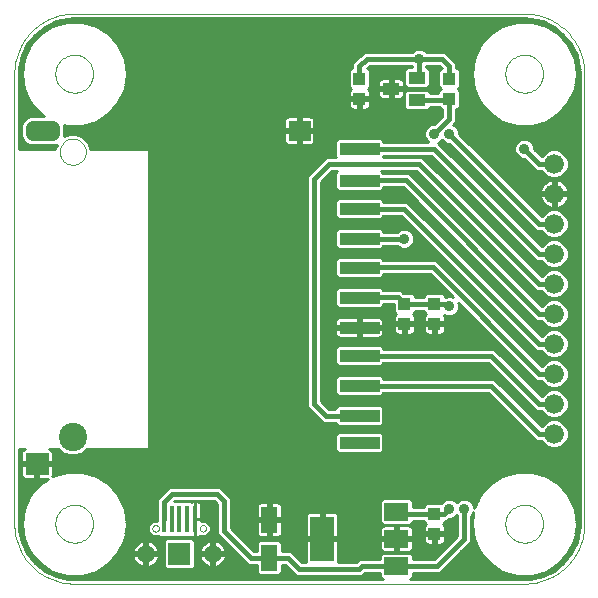
<source format=gtl>
G75*
G70*
%OFA0B0*%
%FSLAX24Y24*%
%IPPOS*%
%LPD*%
%AMOC8*
5,1,8,0,0,1.08239X$1,22.5*
%
%ADD10C,0.0000*%
%ADD11C,0.0012*%
%ADD12C,0.0020*%
%ADD13C,0.0469*%
%ADD14C,0.0021*%
%ADD15C,0.0945*%
%ADD16R,0.0787X0.0591*%
%ADD17R,0.0787X0.1496*%
%ADD18R,0.0551X0.0866*%
%ADD19R,0.0394X0.0433*%
%ADD20R,0.0157X0.0886*%
%ADD21C,0.0594*%
%ADD22R,0.0748X0.0748*%
%ADD23C,0.0660*%
%ADD24R,0.0433X0.0394*%
%ADD25R,0.0551X0.0394*%
%ADD26C,0.0100*%
%ADD27C,0.0357*%
%ADD28C,0.0160*%
D10*
X000655Y002655D02*
X000655Y017655D01*
X002025Y017655D02*
X002027Y017705D01*
X002033Y017755D01*
X002043Y017804D01*
X002057Y017852D01*
X002074Y017899D01*
X002095Y017944D01*
X002120Y017988D01*
X002148Y018029D01*
X002180Y018068D01*
X002214Y018105D01*
X002251Y018139D01*
X002291Y018169D01*
X002333Y018196D01*
X002377Y018220D01*
X002423Y018241D01*
X002470Y018257D01*
X002518Y018270D01*
X002568Y018279D01*
X002617Y018284D01*
X002668Y018285D01*
X002718Y018282D01*
X002767Y018275D01*
X002816Y018264D01*
X002864Y018249D01*
X002910Y018231D01*
X002955Y018209D01*
X002998Y018183D01*
X003039Y018154D01*
X003078Y018122D01*
X003114Y018087D01*
X003146Y018049D01*
X003176Y018009D01*
X003203Y017966D01*
X003226Y017922D01*
X003245Y017876D01*
X003261Y017828D01*
X003273Y017779D01*
X003281Y017730D01*
X003285Y017680D01*
X003285Y017630D01*
X003281Y017580D01*
X003273Y017531D01*
X003261Y017482D01*
X003245Y017434D01*
X003226Y017388D01*
X003203Y017344D01*
X003176Y017301D01*
X003146Y017261D01*
X003114Y017223D01*
X003078Y017188D01*
X003039Y017156D01*
X002998Y017127D01*
X002955Y017101D01*
X002910Y017079D01*
X002864Y017061D01*
X002816Y017046D01*
X002767Y017035D01*
X002718Y017028D01*
X002668Y017025D01*
X002617Y017026D01*
X002568Y017031D01*
X002518Y017040D01*
X002470Y017053D01*
X002423Y017069D01*
X002377Y017090D01*
X002333Y017114D01*
X002291Y017141D01*
X002251Y017171D01*
X002214Y017205D01*
X002180Y017242D01*
X002148Y017281D01*
X002120Y017322D01*
X002095Y017366D01*
X002074Y017411D01*
X002057Y017458D01*
X002043Y017506D01*
X002033Y017555D01*
X002027Y017605D01*
X002025Y017655D01*
X000655Y017655D02*
X000657Y017750D01*
X000664Y017845D01*
X000675Y017940D01*
X000691Y018034D01*
X000711Y018127D01*
X000736Y018218D01*
X000765Y018309D01*
X000798Y018398D01*
X000836Y018486D01*
X000877Y018571D01*
X000923Y018655D01*
X000972Y018736D01*
X001026Y018815D01*
X001083Y018891D01*
X001144Y018965D01*
X001208Y019035D01*
X001275Y019102D01*
X001345Y019166D01*
X001419Y019227D01*
X001495Y019284D01*
X001574Y019338D01*
X001655Y019387D01*
X001739Y019433D01*
X001824Y019474D01*
X001912Y019512D01*
X002001Y019545D01*
X002092Y019574D01*
X002183Y019599D01*
X002276Y019619D01*
X002370Y019635D01*
X002465Y019646D01*
X002560Y019653D01*
X002655Y019655D01*
X017655Y019655D01*
X017025Y017655D02*
X017027Y017705D01*
X017033Y017755D01*
X017043Y017804D01*
X017057Y017852D01*
X017074Y017899D01*
X017095Y017944D01*
X017120Y017988D01*
X017148Y018029D01*
X017180Y018068D01*
X017214Y018105D01*
X017251Y018139D01*
X017291Y018169D01*
X017333Y018196D01*
X017377Y018220D01*
X017423Y018241D01*
X017470Y018257D01*
X017518Y018270D01*
X017568Y018279D01*
X017617Y018284D01*
X017668Y018285D01*
X017718Y018282D01*
X017767Y018275D01*
X017816Y018264D01*
X017864Y018249D01*
X017910Y018231D01*
X017955Y018209D01*
X017998Y018183D01*
X018039Y018154D01*
X018078Y018122D01*
X018114Y018087D01*
X018146Y018049D01*
X018176Y018009D01*
X018203Y017966D01*
X018226Y017922D01*
X018245Y017876D01*
X018261Y017828D01*
X018273Y017779D01*
X018281Y017730D01*
X018285Y017680D01*
X018285Y017630D01*
X018281Y017580D01*
X018273Y017531D01*
X018261Y017482D01*
X018245Y017434D01*
X018226Y017388D01*
X018203Y017344D01*
X018176Y017301D01*
X018146Y017261D01*
X018114Y017223D01*
X018078Y017188D01*
X018039Y017156D01*
X017998Y017127D01*
X017955Y017101D01*
X017910Y017079D01*
X017864Y017061D01*
X017816Y017046D01*
X017767Y017035D01*
X017718Y017028D01*
X017668Y017025D01*
X017617Y017026D01*
X017568Y017031D01*
X017518Y017040D01*
X017470Y017053D01*
X017423Y017069D01*
X017377Y017090D01*
X017333Y017114D01*
X017291Y017141D01*
X017251Y017171D01*
X017214Y017205D01*
X017180Y017242D01*
X017148Y017281D01*
X017120Y017322D01*
X017095Y017366D01*
X017074Y017411D01*
X017057Y017458D01*
X017043Y017506D01*
X017033Y017555D01*
X017027Y017605D01*
X017025Y017655D01*
X017655Y019655D02*
X017750Y019653D01*
X017845Y019646D01*
X017940Y019635D01*
X018034Y019619D01*
X018127Y019599D01*
X018218Y019574D01*
X018309Y019545D01*
X018398Y019512D01*
X018486Y019474D01*
X018571Y019433D01*
X018655Y019387D01*
X018736Y019338D01*
X018815Y019284D01*
X018891Y019227D01*
X018965Y019166D01*
X019035Y019102D01*
X019102Y019035D01*
X019166Y018965D01*
X019227Y018891D01*
X019284Y018815D01*
X019338Y018736D01*
X019387Y018655D01*
X019433Y018571D01*
X019474Y018486D01*
X019512Y018398D01*
X019545Y018309D01*
X019574Y018218D01*
X019599Y018127D01*
X019619Y018034D01*
X019635Y017940D01*
X019646Y017845D01*
X019653Y017750D01*
X019655Y017655D01*
X019655Y002655D01*
X017025Y002655D02*
X017027Y002705D01*
X017033Y002755D01*
X017043Y002804D01*
X017057Y002852D01*
X017074Y002899D01*
X017095Y002944D01*
X017120Y002988D01*
X017148Y003029D01*
X017180Y003068D01*
X017214Y003105D01*
X017251Y003139D01*
X017291Y003169D01*
X017333Y003196D01*
X017377Y003220D01*
X017423Y003241D01*
X017470Y003257D01*
X017518Y003270D01*
X017568Y003279D01*
X017617Y003284D01*
X017668Y003285D01*
X017718Y003282D01*
X017767Y003275D01*
X017816Y003264D01*
X017864Y003249D01*
X017910Y003231D01*
X017955Y003209D01*
X017998Y003183D01*
X018039Y003154D01*
X018078Y003122D01*
X018114Y003087D01*
X018146Y003049D01*
X018176Y003009D01*
X018203Y002966D01*
X018226Y002922D01*
X018245Y002876D01*
X018261Y002828D01*
X018273Y002779D01*
X018281Y002730D01*
X018285Y002680D01*
X018285Y002630D01*
X018281Y002580D01*
X018273Y002531D01*
X018261Y002482D01*
X018245Y002434D01*
X018226Y002388D01*
X018203Y002344D01*
X018176Y002301D01*
X018146Y002261D01*
X018114Y002223D01*
X018078Y002188D01*
X018039Y002156D01*
X017998Y002127D01*
X017955Y002101D01*
X017910Y002079D01*
X017864Y002061D01*
X017816Y002046D01*
X017767Y002035D01*
X017718Y002028D01*
X017668Y002025D01*
X017617Y002026D01*
X017568Y002031D01*
X017518Y002040D01*
X017470Y002053D01*
X017423Y002069D01*
X017377Y002090D01*
X017333Y002114D01*
X017291Y002141D01*
X017251Y002171D01*
X017214Y002205D01*
X017180Y002242D01*
X017148Y002281D01*
X017120Y002322D01*
X017095Y002366D01*
X017074Y002411D01*
X017057Y002458D01*
X017043Y002506D01*
X017033Y002555D01*
X017027Y002605D01*
X017025Y002655D01*
X017655Y000655D02*
X017750Y000657D01*
X017845Y000664D01*
X017940Y000675D01*
X018034Y000691D01*
X018127Y000711D01*
X018218Y000736D01*
X018309Y000765D01*
X018398Y000798D01*
X018486Y000836D01*
X018571Y000877D01*
X018655Y000923D01*
X018736Y000972D01*
X018815Y001026D01*
X018891Y001083D01*
X018965Y001144D01*
X019035Y001208D01*
X019102Y001275D01*
X019166Y001345D01*
X019227Y001419D01*
X019284Y001495D01*
X019338Y001574D01*
X019387Y001655D01*
X019433Y001739D01*
X019474Y001824D01*
X019512Y001912D01*
X019545Y002001D01*
X019574Y002092D01*
X019599Y002183D01*
X019619Y002276D01*
X019635Y002370D01*
X019646Y002465D01*
X019653Y002560D01*
X019655Y002655D01*
X017655Y000655D02*
X002655Y000655D01*
X002025Y002655D02*
X002027Y002705D01*
X002033Y002755D01*
X002043Y002804D01*
X002057Y002852D01*
X002074Y002899D01*
X002095Y002944D01*
X002120Y002988D01*
X002148Y003029D01*
X002180Y003068D01*
X002214Y003105D01*
X002251Y003139D01*
X002291Y003169D01*
X002333Y003196D01*
X002377Y003220D01*
X002423Y003241D01*
X002470Y003257D01*
X002518Y003270D01*
X002568Y003279D01*
X002617Y003284D01*
X002668Y003285D01*
X002718Y003282D01*
X002767Y003275D01*
X002816Y003264D01*
X002864Y003249D01*
X002910Y003231D01*
X002955Y003209D01*
X002998Y003183D01*
X003039Y003154D01*
X003078Y003122D01*
X003114Y003087D01*
X003146Y003049D01*
X003176Y003009D01*
X003203Y002966D01*
X003226Y002922D01*
X003245Y002876D01*
X003261Y002828D01*
X003273Y002779D01*
X003281Y002730D01*
X003285Y002680D01*
X003285Y002630D01*
X003281Y002580D01*
X003273Y002531D01*
X003261Y002482D01*
X003245Y002434D01*
X003226Y002388D01*
X003203Y002344D01*
X003176Y002301D01*
X003146Y002261D01*
X003114Y002223D01*
X003078Y002188D01*
X003039Y002156D01*
X002998Y002127D01*
X002955Y002101D01*
X002910Y002079D01*
X002864Y002061D01*
X002816Y002046D01*
X002767Y002035D01*
X002718Y002028D01*
X002668Y002025D01*
X002617Y002026D01*
X002568Y002031D01*
X002518Y002040D01*
X002470Y002053D01*
X002423Y002069D01*
X002377Y002090D01*
X002333Y002114D01*
X002291Y002141D01*
X002251Y002171D01*
X002214Y002205D01*
X002180Y002242D01*
X002148Y002281D01*
X002120Y002322D01*
X002095Y002366D01*
X002074Y002411D01*
X002057Y002458D01*
X002043Y002506D01*
X002033Y002555D01*
X002027Y002605D01*
X002025Y002655D01*
X000655Y002655D02*
X000657Y002560D01*
X000664Y002465D01*
X000675Y002370D01*
X000691Y002276D01*
X000711Y002183D01*
X000736Y002092D01*
X000765Y002001D01*
X000798Y001912D01*
X000836Y001824D01*
X000877Y001739D01*
X000923Y001655D01*
X000972Y001574D01*
X001026Y001495D01*
X001083Y001419D01*
X001144Y001345D01*
X001208Y001275D01*
X001275Y001208D01*
X001345Y001144D01*
X001419Y001083D01*
X001495Y001026D01*
X001574Y000972D01*
X001655Y000923D01*
X001739Y000877D01*
X001824Y000836D01*
X001912Y000798D01*
X002001Y000765D01*
X002092Y000736D01*
X002183Y000711D01*
X002276Y000691D01*
X002370Y000675D01*
X002465Y000664D01*
X002560Y000657D01*
X002655Y000655D01*
X005260Y002502D02*
X005262Y002522D01*
X005268Y002542D01*
X005277Y002560D01*
X005290Y002577D01*
X005305Y002590D01*
X005323Y002600D01*
X005343Y002607D01*
X005363Y002610D01*
X005383Y002609D01*
X005403Y002604D01*
X005422Y002596D01*
X005439Y002584D01*
X005453Y002569D01*
X005464Y002551D01*
X005472Y002532D01*
X005476Y002512D01*
X005476Y002492D01*
X005472Y002472D01*
X005464Y002453D01*
X005453Y002435D01*
X005439Y002420D01*
X005422Y002408D01*
X005403Y002400D01*
X005383Y002395D01*
X005363Y002394D01*
X005343Y002397D01*
X005323Y002404D01*
X005305Y002414D01*
X005290Y002427D01*
X005277Y002444D01*
X005268Y002462D01*
X005262Y002482D01*
X005260Y002502D01*
X006835Y002502D02*
X006837Y002522D01*
X006843Y002542D01*
X006852Y002560D01*
X006865Y002577D01*
X006880Y002590D01*
X006898Y002600D01*
X006918Y002607D01*
X006938Y002610D01*
X006958Y002609D01*
X006978Y002604D01*
X006997Y002596D01*
X007014Y002584D01*
X007028Y002569D01*
X007039Y002551D01*
X007047Y002532D01*
X007051Y002512D01*
X007051Y002492D01*
X007047Y002472D01*
X007039Y002453D01*
X007028Y002435D01*
X007014Y002420D01*
X006997Y002408D01*
X006978Y002400D01*
X006958Y002395D01*
X006938Y002394D01*
X006918Y002397D01*
X006898Y002404D01*
X006880Y002414D01*
X006865Y002427D01*
X006852Y002444D01*
X006843Y002462D01*
X006837Y002482D01*
X006835Y002502D01*
X002172Y015055D02*
X002174Y015096D01*
X002180Y015137D01*
X002190Y015177D01*
X002203Y015216D01*
X002220Y015253D01*
X002241Y015289D01*
X002265Y015323D01*
X002292Y015354D01*
X002321Y015382D01*
X002354Y015408D01*
X002388Y015430D01*
X002425Y015449D01*
X002463Y015464D01*
X002503Y015476D01*
X002543Y015484D01*
X002584Y015488D01*
X002626Y015488D01*
X002667Y015484D01*
X002707Y015476D01*
X002747Y015464D01*
X002785Y015449D01*
X002821Y015430D01*
X002856Y015408D01*
X002889Y015382D01*
X002918Y015354D01*
X002945Y015323D01*
X002969Y015289D01*
X002990Y015253D01*
X003007Y015216D01*
X003020Y015177D01*
X003030Y015137D01*
X003036Y015096D01*
X003038Y015055D01*
X003036Y015014D01*
X003030Y014973D01*
X003020Y014933D01*
X003007Y014894D01*
X002990Y014857D01*
X002969Y014821D01*
X002945Y014787D01*
X002918Y014756D01*
X002889Y014728D01*
X002856Y014702D01*
X002822Y014680D01*
X002785Y014661D01*
X002747Y014646D01*
X002707Y014634D01*
X002667Y014626D01*
X002626Y014622D01*
X002584Y014622D01*
X002543Y014626D01*
X002503Y014634D01*
X002463Y014646D01*
X002425Y014661D01*
X002389Y014680D01*
X002354Y014702D01*
X002321Y014728D01*
X002292Y014756D01*
X002265Y014787D01*
X002241Y014821D01*
X002220Y014857D01*
X002203Y014894D01*
X002190Y014933D01*
X002180Y014973D01*
X002174Y015014D01*
X002172Y015055D01*
D11*
X012799Y014966D02*
X012799Y015344D01*
X012799Y014966D02*
X011511Y014966D01*
X011511Y015344D01*
X012799Y015344D01*
X012799Y014977D02*
X011511Y014977D01*
X011511Y014988D02*
X012799Y014988D01*
X012799Y014999D02*
X011511Y014999D01*
X011511Y015010D02*
X012799Y015010D01*
X012799Y015021D02*
X011511Y015021D01*
X011511Y015032D02*
X012799Y015032D01*
X012799Y015043D02*
X011511Y015043D01*
X011511Y015054D02*
X012799Y015054D01*
X012799Y015065D02*
X011511Y015065D01*
X011511Y015076D02*
X012799Y015076D01*
X012799Y015087D02*
X011511Y015087D01*
X011511Y015098D02*
X012799Y015098D01*
X012799Y015109D02*
X011511Y015109D01*
X011511Y015120D02*
X012799Y015120D01*
X012799Y015131D02*
X011511Y015131D01*
X011511Y015142D02*
X012799Y015142D01*
X012799Y015153D02*
X011511Y015153D01*
X011511Y015164D02*
X012799Y015164D01*
X012799Y015175D02*
X011511Y015175D01*
X011511Y015186D02*
X012799Y015186D01*
X012799Y015197D02*
X011511Y015197D01*
X011511Y015208D02*
X012799Y015208D01*
X012799Y015219D02*
X011511Y015219D01*
X011511Y015230D02*
X012799Y015230D01*
X012799Y015241D02*
X011511Y015241D01*
X011511Y015252D02*
X012799Y015252D01*
X012799Y015263D02*
X011511Y015263D01*
X011511Y015274D02*
X012799Y015274D01*
X012799Y015285D02*
X011511Y015285D01*
X011511Y015296D02*
X012799Y015296D01*
X012799Y015307D02*
X011511Y015307D01*
X011511Y015318D02*
X012799Y015318D01*
X012799Y015329D02*
X011511Y015329D01*
X011511Y015340D02*
X012799Y015340D01*
X012799Y014294D02*
X012799Y013916D01*
X011511Y013916D01*
X011511Y014294D01*
X012799Y014294D01*
X012799Y013927D02*
X011511Y013927D01*
X011511Y013938D02*
X012799Y013938D01*
X012799Y013949D02*
X011511Y013949D01*
X011511Y013960D02*
X012799Y013960D01*
X012799Y013971D02*
X011511Y013971D01*
X011511Y013982D02*
X012799Y013982D01*
X012799Y013993D02*
X011511Y013993D01*
X011511Y014004D02*
X012799Y014004D01*
X012799Y014015D02*
X011511Y014015D01*
X011511Y014026D02*
X012799Y014026D01*
X012799Y014037D02*
X011511Y014037D01*
X011511Y014048D02*
X012799Y014048D01*
X012799Y014059D02*
X011511Y014059D01*
X011511Y014070D02*
X012799Y014070D01*
X012799Y014081D02*
X011511Y014081D01*
X011511Y014092D02*
X012799Y014092D01*
X012799Y014103D02*
X011511Y014103D01*
X011511Y014114D02*
X012799Y014114D01*
X012799Y014125D02*
X011511Y014125D01*
X011511Y014136D02*
X012799Y014136D01*
X012799Y014147D02*
X011511Y014147D01*
X011511Y014158D02*
X012799Y014158D01*
X012799Y014169D02*
X011511Y014169D01*
X011511Y014180D02*
X012799Y014180D01*
X012799Y014191D02*
X011511Y014191D01*
X011511Y014202D02*
X012799Y014202D01*
X012799Y014213D02*
X011511Y014213D01*
X011511Y014224D02*
X012799Y014224D01*
X012799Y014235D02*
X011511Y014235D01*
X011511Y014246D02*
X012799Y014246D01*
X012799Y014257D02*
X011511Y014257D01*
X011511Y014268D02*
X012799Y014268D01*
X012799Y014279D02*
X011511Y014279D01*
X011511Y014290D02*
X012799Y014290D01*
X012799Y013344D02*
X012799Y012966D01*
X011511Y012966D01*
X011511Y013344D01*
X012799Y013344D01*
X012799Y012977D02*
X011511Y012977D01*
X011511Y012988D02*
X012799Y012988D01*
X012799Y012999D02*
X011511Y012999D01*
X011511Y013010D02*
X012799Y013010D01*
X012799Y013021D02*
X011511Y013021D01*
X011511Y013032D02*
X012799Y013032D01*
X012799Y013043D02*
X011511Y013043D01*
X011511Y013054D02*
X012799Y013054D01*
X012799Y013065D02*
X011511Y013065D01*
X011511Y013076D02*
X012799Y013076D01*
X012799Y013087D02*
X011511Y013087D01*
X011511Y013098D02*
X012799Y013098D01*
X012799Y013109D02*
X011511Y013109D01*
X011511Y013120D02*
X012799Y013120D01*
X012799Y013131D02*
X011511Y013131D01*
X011511Y013142D02*
X012799Y013142D01*
X012799Y013153D02*
X011511Y013153D01*
X011511Y013164D02*
X012799Y013164D01*
X012799Y013175D02*
X011511Y013175D01*
X011511Y013186D02*
X012799Y013186D01*
X012799Y013197D02*
X011511Y013197D01*
X011511Y013208D02*
X012799Y013208D01*
X012799Y013219D02*
X011511Y013219D01*
X011511Y013230D02*
X012799Y013230D01*
X012799Y013241D02*
X011511Y013241D01*
X011511Y013252D02*
X012799Y013252D01*
X012799Y013263D02*
X011511Y013263D01*
X011511Y013274D02*
X012799Y013274D01*
X012799Y013285D02*
X011511Y013285D01*
X011511Y013296D02*
X012799Y013296D01*
X012799Y013307D02*
X011511Y013307D01*
X011511Y013318D02*
X012799Y013318D01*
X012799Y013329D02*
X011511Y013329D01*
X011511Y013340D02*
X012799Y013340D01*
X012799Y012344D02*
X012799Y011966D01*
X011511Y011966D01*
X011511Y012344D01*
X012799Y012344D01*
X012799Y011977D02*
X011511Y011977D01*
X011511Y011988D02*
X012799Y011988D01*
X012799Y011999D02*
X011511Y011999D01*
X011511Y012010D02*
X012799Y012010D01*
X012799Y012021D02*
X011511Y012021D01*
X011511Y012032D02*
X012799Y012032D01*
X012799Y012043D02*
X011511Y012043D01*
X011511Y012054D02*
X012799Y012054D01*
X012799Y012065D02*
X011511Y012065D01*
X011511Y012076D02*
X012799Y012076D01*
X012799Y012087D02*
X011511Y012087D01*
X011511Y012098D02*
X012799Y012098D01*
X012799Y012109D02*
X011511Y012109D01*
X011511Y012120D02*
X012799Y012120D01*
X012799Y012131D02*
X011511Y012131D01*
X011511Y012142D02*
X012799Y012142D01*
X012799Y012153D02*
X011511Y012153D01*
X011511Y012164D02*
X012799Y012164D01*
X012799Y012175D02*
X011511Y012175D01*
X011511Y012186D02*
X012799Y012186D01*
X012799Y012197D02*
X011511Y012197D01*
X011511Y012208D02*
X012799Y012208D01*
X012799Y012219D02*
X011511Y012219D01*
X011511Y012230D02*
X012799Y012230D01*
X012799Y012241D02*
X011511Y012241D01*
X011511Y012252D02*
X012799Y012252D01*
X012799Y012263D02*
X011511Y012263D01*
X011511Y012274D02*
X012799Y012274D01*
X012799Y012285D02*
X011511Y012285D01*
X011511Y012296D02*
X012799Y012296D01*
X012799Y012307D02*
X011511Y012307D01*
X011511Y012318D02*
X012799Y012318D01*
X012799Y012329D02*
X011511Y012329D01*
X011511Y012340D02*
X012799Y012340D01*
X012799Y011394D02*
X012799Y011016D01*
X011511Y011016D01*
X011511Y011394D01*
X012799Y011394D01*
X012799Y011027D02*
X011511Y011027D01*
X011511Y011038D02*
X012799Y011038D01*
X012799Y011049D02*
X011511Y011049D01*
X011511Y011060D02*
X012799Y011060D01*
X012799Y011071D02*
X011511Y011071D01*
X011511Y011082D02*
X012799Y011082D01*
X012799Y011093D02*
X011511Y011093D01*
X011511Y011104D02*
X012799Y011104D01*
X012799Y011115D02*
X011511Y011115D01*
X011511Y011126D02*
X012799Y011126D01*
X012799Y011137D02*
X011511Y011137D01*
X011511Y011148D02*
X012799Y011148D01*
X012799Y011159D02*
X011511Y011159D01*
X011511Y011170D02*
X012799Y011170D01*
X012799Y011181D02*
X011511Y011181D01*
X011511Y011192D02*
X012799Y011192D01*
X012799Y011203D02*
X011511Y011203D01*
X011511Y011214D02*
X012799Y011214D01*
X012799Y011225D02*
X011511Y011225D01*
X011511Y011236D02*
X012799Y011236D01*
X012799Y011247D02*
X011511Y011247D01*
X011511Y011258D02*
X012799Y011258D01*
X012799Y011269D02*
X011511Y011269D01*
X011511Y011280D02*
X012799Y011280D01*
X012799Y011291D02*
X011511Y011291D01*
X011511Y011302D02*
X012799Y011302D01*
X012799Y011313D02*
X011511Y011313D01*
X011511Y011324D02*
X012799Y011324D01*
X012799Y011335D02*
X011511Y011335D01*
X011511Y011346D02*
X012799Y011346D01*
X012799Y011357D02*
X011511Y011357D01*
X011511Y011368D02*
X012799Y011368D01*
X012799Y011379D02*
X011511Y011379D01*
X011511Y011390D02*
X012799Y011390D01*
X012799Y010394D02*
X012799Y010016D01*
X011511Y010016D01*
X011511Y010394D01*
X012799Y010394D01*
X012799Y010027D02*
X011511Y010027D01*
X011511Y010038D02*
X012799Y010038D01*
X012799Y010049D02*
X011511Y010049D01*
X011511Y010060D02*
X012799Y010060D01*
X012799Y010071D02*
X011511Y010071D01*
X011511Y010082D02*
X012799Y010082D01*
X012799Y010093D02*
X011511Y010093D01*
X011511Y010104D02*
X012799Y010104D01*
X012799Y010115D02*
X011511Y010115D01*
X011511Y010126D02*
X012799Y010126D01*
X012799Y010137D02*
X011511Y010137D01*
X011511Y010148D02*
X012799Y010148D01*
X012799Y010159D02*
X011511Y010159D01*
X011511Y010170D02*
X012799Y010170D01*
X012799Y010181D02*
X011511Y010181D01*
X011511Y010192D02*
X012799Y010192D01*
X012799Y010203D02*
X011511Y010203D01*
X011511Y010214D02*
X012799Y010214D01*
X012799Y010225D02*
X011511Y010225D01*
X011511Y010236D02*
X012799Y010236D01*
X012799Y010247D02*
X011511Y010247D01*
X011511Y010258D02*
X012799Y010258D01*
X012799Y010269D02*
X011511Y010269D01*
X011511Y010280D02*
X012799Y010280D01*
X012799Y010291D02*
X011511Y010291D01*
X011511Y010302D02*
X012799Y010302D01*
X012799Y010313D02*
X011511Y010313D01*
X011511Y010324D02*
X012799Y010324D01*
X012799Y010335D02*
X011511Y010335D01*
X011511Y010346D02*
X012799Y010346D01*
X012799Y010357D02*
X011511Y010357D01*
X011511Y010368D02*
X012799Y010368D01*
X012799Y010379D02*
X011511Y010379D01*
X011511Y010390D02*
X012799Y010390D01*
X012799Y009394D02*
X012799Y009016D01*
X011511Y009016D01*
X011511Y009394D01*
X012799Y009394D01*
X012799Y009027D02*
X011511Y009027D01*
X011511Y009038D02*
X012799Y009038D01*
X012799Y009049D02*
X011511Y009049D01*
X011511Y009060D02*
X012799Y009060D01*
X012799Y009071D02*
X011511Y009071D01*
X011511Y009082D02*
X012799Y009082D01*
X012799Y009093D02*
X011511Y009093D01*
X011511Y009104D02*
X012799Y009104D01*
X012799Y009115D02*
X011511Y009115D01*
X011511Y009126D02*
X012799Y009126D01*
X012799Y009137D02*
X011511Y009137D01*
X011511Y009148D02*
X012799Y009148D01*
X012799Y009159D02*
X011511Y009159D01*
X011511Y009170D02*
X012799Y009170D01*
X012799Y009181D02*
X011511Y009181D01*
X011511Y009192D02*
X012799Y009192D01*
X012799Y009203D02*
X011511Y009203D01*
X011511Y009214D02*
X012799Y009214D01*
X012799Y009225D02*
X011511Y009225D01*
X011511Y009236D02*
X012799Y009236D01*
X012799Y009247D02*
X011511Y009247D01*
X011511Y009258D02*
X012799Y009258D01*
X012799Y009269D02*
X011511Y009269D01*
X011511Y009280D02*
X012799Y009280D01*
X012799Y009291D02*
X011511Y009291D01*
X011511Y009302D02*
X012799Y009302D01*
X012799Y009313D02*
X011511Y009313D01*
X011511Y009324D02*
X012799Y009324D01*
X012799Y009335D02*
X011511Y009335D01*
X011511Y009346D02*
X012799Y009346D01*
X012799Y009357D02*
X011511Y009357D01*
X011511Y009368D02*
X012799Y009368D01*
X012799Y009379D02*
X011511Y009379D01*
X011511Y009390D02*
X012799Y009390D01*
X012799Y008444D02*
X012799Y008066D01*
X011511Y008066D01*
X011511Y008444D01*
X012799Y008444D01*
X012799Y008077D02*
X011511Y008077D01*
X011511Y008088D02*
X012799Y008088D01*
X012799Y008099D02*
X011511Y008099D01*
X011511Y008110D02*
X012799Y008110D01*
X012799Y008121D02*
X011511Y008121D01*
X011511Y008132D02*
X012799Y008132D01*
X012799Y008143D02*
X011511Y008143D01*
X011511Y008154D02*
X012799Y008154D01*
X012799Y008165D02*
X011511Y008165D01*
X011511Y008176D02*
X012799Y008176D01*
X012799Y008187D02*
X011511Y008187D01*
X011511Y008198D02*
X012799Y008198D01*
X012799Y008209D02*
X011511Y008209D01*
X011511Y008220D02*
X012799Y008220D01*
X012799Y008231D02*
X011511Y008231D01*
X011511Y008242D02*
X012799Y008242D01*
X012799Y008253D02*
X011511Y008253D01*
X011511Y008264D02*
X012799Y008264D01*
X012799Y008275D02*
X011511Y008275D01*
X011511Y008286D02*
X012799Y008286D01*
X012799Y008297D02*
X011511Y008297D01*
X011511Y008308D02*
X012799Y008308D01*
X012799Y008319D02*
X011511Y008319D01*
X011511Y008330D02*
X012799Y008330D01*
X012799Y008341D02*
X011511Y008341D01*
X011511Y008352D02*
X012799Y008352D01*
X012799Y008363D02*
X011511Y008363D01*
X011511Y008374D02*
X012799Y008374D01*
X012799Y008385D02*
X011511Y008385D01*
X011511Y008396D02*
X012799Y008396D01*
X012799Y008407D02*
X011511Y008407D01*
X011511Y008418D02*
X012799Y008418D01*
X012799Y008429D02*
X011511Y008429D01*
X011511Y008440D02*
X012799Y008440D01*
X012799Y007444D02*
X012799Y007066D01*
X011511Y007066D01*
X011511Y007444D01*
X012799Y007444D01*
X012799Y007077D02*
X011511Y007077D01*
X011511Y007088D02*
X012799Y007088D01*
X012799Y007099D02*
X011511Y007099D01*
X011511Y007110D02*
X012799Y007110D01*
X012799Y007121D02*
X011511Y007121D01*
X011511Y007132D02*
X012799Y007132D01*
X012799Y007143D02*
X011511Y007143D01*
X011511Y007154D02*
X012799Y007154D01*
X012799Y007165D02*
X011511Y007165D01*
X011511Y007176D02*
X012799Y007176D01*
X012799Y007187D02*
X011511Y007187D01*
X011511Y007198D02*
X012799Y007198D01*
X012799Y007209D02*
X011511Y007209D01*
X011511Y007220D02*
X012799Y007220D01*
X012799Y007231D02*
X011511Y007231D01*
X011511Y007242D02*
X012799Y007242D01*
X012799Y007253D02*
X011511Y007253D01*
X011511Y007264D02*
X012799Y007264D01*
X012799Y007275D02*
X011511Y007275D01*
X011511Y007286D02*
X012799Y007286D01*
X012799Y007297D02*
X011511Y007297D01*
X011511Y007308D02*
X012799Y007308D01*
X012799Y007319D02*
X011511Y007319D01*
X011511Y007330D02*
X012799Y007330D01*
X012799Y007341D02*
X011511Y007341D01*
X011511Y007352D02*
X012799Y007352D01*
X012799Y007363D02*
X011511Y007363D01*
X011511Y007374D02*
X012799Y007374D01*
X012799Y007385D02*
X011511Y007385D01*
X011511Y007396D02*
X012799Y007396D01*
X012799Y007407D02*
X011511Y007407D01*
X011511Y007418D02*
X012799Y007418D01*
X012799Y007429D02*
X011511Y007429D01*
X011511Y007440D02*
X012799Y007440D01*
X012799Y006444D02*
X012799Y006066D01*
X011511Y006066D01*
X011511Y006444D01*
X012799Y006444D01*
X012799Y006077D02*
X011511Y006077D01*
X011511Y006088D02*
X012799Y006088D01*
X012799Y006099D02*
X011511Y006099D01*
X011511Y006110D02*
X012799Y006110D01*
X012799Y006121D02*
X011511Y006121D01*
X011511Y006132D02*
X012799Y006132D01*
X012799Y006143D02*
X011511Y006143D01*
X011511Y006154D02*
X012799Y006154D01*
X012799Y006165D02*
X011511Y006165D01*
X011511Y006176D02*
X012799Y006176D01*
X012799Y006187D02*
X011511Y006187D01*
X011511Y006198D02*
X012799Y006198D01*
X012799Y006209D02*
X011511Y006209D01*
X011511Y006220D02*
X012799Y006220D01*
X012799Y006231D02*
X011511Y006231D01*
X011511Y006242D02*
X012799Y006242D01*
X012799Y006253D02*
X011511Y006253D01*
X011511Y006264D02*
X012799Y006264D01*
X012799Y006275D02*
X011511Y006275D01*
X011511Y006286D02*
X012799Y006286D01*
X012799Y006297D02*
X011511Y006297D01*
X011511Y006308D02*
X012799Y006308D01*
X012799Y006319D02*
X011511Y006319D01*
X011511Y006330D02*
X012799Y006330D01*
X012799Y006341D02*
X011511Y006341D01*
X011511Y006352D02*
X012799Y006352D01*
X012799Y006363D02*
X011511Y006363D01*
X011511Y006374D02*
X012799Y006374D01*
X012799Y006385D02*
X011511Y006385D01*
X011511Y006396D02*
X012799Y006396D01*
X012799Y006407D02*
X011511Y006407D01*
X011511Y006418D02*
X012799Y006418D01*
X012799Y006429D02*
X011511Y006429D01*
X011511Y006440D02*
X012799Y006440D01*
X011511Y005544D02*
X011511Y005166D01*
X011511Y005544D02*
X012799Y005544D01*
X012799Y005166D01*
X011511Y005166D01*
X011511Y005177D02*
X012799Y005177D01*
X012799Y005188D02*
X011511Y005188D01*
X011511Y005199D02*
X012799Y005199D01*
X012799Y005210D02*
X011511Y005210D01*
X011511Y005221D02*
X012799Y005221D01*
X012799Y005232D02*
X011511Y005232D01*
X011511Y005243D02*
X012799Y005243D01*
X012799Y005254D02*
X011511Y005254D01*
X011511Y005265D02*
X012799Y005265D01*
X012799Y005276D02*
X011511Y005276D01*
X011511Y005287D02*
X012799Y005287D01*
X012799Y005298D02*
X011511Y005298D01*
X011511Y005309D02*
X012799Y005309D01*
X012799Y005320D02*
X011511Y005320D01*
X011511Y005331D02*
X012799Y005331D01*
X012799Y005342D02*
X011511Y005342D01*
X011511Y005353D02*
X012799Y005353D01*
X012799Y005364D02*
X011511Y005364D01*
X011511Y005375D02*
X012799Y005375D01*
X012799Y005386D02*
X011511Y005386D01*
X011511Y005397D02*
X012799Y005397D01*
X012799Y005408D02*
X011511Y005408D01*
X011511Y005419D02*
X012799Y005419D01*
X012799Y005430D02*
X011511Y005430D01*
X011511Y005441D02*
X012799Y005441D01*
X012799Y005452D02*
X011511Y005452D01*
X011511Y005463D02*
X012799Y005463D01*
X012799Y005474D02*
X011511Y005474D01*
X011511Y005485D02*
X012799Y005485D01*
X012799Y005496D02*
X011511Y005496D01*
X011511Y005507D02*
X012799Y005507D01*
X012799Y005518D02*
X011511Y005518D01*
X011511Y005529D02*
X012799Y005529D01*
X012799Y005540D02*
X011511Y005540D01*
D12*
X009810Y015430D02*
X009810Y016080D01*
X010500Y016080D01*
X010500Y015430D01*
X009810Y015430D01*
X009810Y015449D02*
X010500Y015449D01*
X010500Y015468D02*
X009810Y015468D01*
X009810Y015487D02*
X010500Y015487D01*
X010500Y015506D02*
X009810Y015506D01*
X009810Y015525D02*
X010500Y015525D01*
X010500Y015544D02*
X009810Y015544D01*
X009810Y015563D02*
X010500Y015563D01*
X010500Y015582D02*
X009810Y015582D01*
X009810Y015601D02*
X010500Y015601D01*
X010500Y015620D02*
X009810Y015620D01*
X009810Y015639D02*
X010500Y015639D01*
X010500Y015658D02*
X009810Y015658D01*
X009810Y015677D02*
X010500Y015677D01*
X010500Y015696D02*
X009810Y015696D01*
X009810Y015715D02*
X010500Y015715D01*
X010500Y015734D02*
X009810Y015734D01*
X009810Y015753D02*
X010500Y015753D01*
X010500Y015772D02*
X009810Y015772D01*
X009810Y015791D02*
X010500Y015791D01*
X010500Y015810D02*
X009810Y015810D01*
X009810Y015829D02*
X010500Y015829D01*
X010500Y015848D02*
X009810Y015848D01*
X009810Y015867D02*
X010500Y015867D01*
X010500Y015886D02*
X009810Y015886D01*
X009810Y015905D02*
X010500Y015905D01*
X010500Y015924D02*
X009810Y015924D01*
X009810Y015943D02*
X010500Y015943D01*
X010500Y015962D02*
X009810Y015962D01*
X009810Y015981D02*
X010500Y015981D01*
X010500Y016000D02*
X009810Y016000D01*
X009810Y016019D02*
X010500Y016019D01*
X010500Y016038D02*
X009810Y016038D01*
X009810Y016057D02*
X010500Y016057D01*
X010500Y016076D02*
X009810Y016076D01*
D13*
X001269Y015856D02*
X001269Y015654D01*
X001269Y015856D02*
X001941Y015856D01*
X001941Y015654D01*
X001269Y015654D01*
D14*
X001040Y005000D02*
X001040Y004310D01*
X001040Y005000D02*
X001770Y005000D01*
X001770Y004310D01*
X001040Y004310D01*
X001040Y004330D02*
X001770Y004330D01*
X001770Y004350D02*
X001040Y004350D01*
X001040Y004370D02*
X001770Y004370D01*
X001770Y004390D02*
X001040Y004390D01*
X001040Y004410D02*
X001770Y004410D01*
X001770Y004430D02*
X001040Y004430D01*
X001040Y004450D02*
X001770Y004450D01*
X001770Y004470D02*
X001040Y004470D01*
X001040Y004490D02*
X001770Y004490D01*
X001770Y004510D02*
X001040Y004510D01*
X001040Y004530D02*
X001770Y004530D01*
X001770Y004550D02*
X001040Y004550D01*
X001040Y004570D02*
X001770Y004570D01*
X001770Y004590D02*
X001040Y004590D01*
X001040Y004610D02*
X001770Y004610D01*
X001770Y004630D02*
X001040Y004630D01*
X001040Y004650D02*
X001770Y004650D01*
X001770Y004670D02*
X001040Y004670D01*
X001040Y004690D02*
X001770Y004690D01*
X001770Y004710D02*
X001040Y004710D01*
X001040Y004730D02*
X001770Y004730D01*
X001770Y004750D02*
X001040Y004750D01*
X001040Y004770D02*
X001770Y004770D01*
X001770Y004790D02*
X001040Y004790D01*
X001040Y004810D02*
X001770Y004810D01*
X001770Y004830D02*
X001040Y004830D01*
X001040Y004850D02*
X001770Y004850D01*
X001770Y004870D02*
X001040Y004870D01*
X001040Y004890D02*
X001770Y004890D01*
X001770Y004910D02*
X001040Y004910D01*
X001040Y004930D02*
X001770Y004930D01*
X001770Y004950D02*
X001040Y004950D01*
X001040Y004970D02*
X001770Y004970D01*
X001770Y004990D02*
X001040Y004990D01*
D15*
X002605Y005555D03*
D16*
X013395Y003061D03*
X013395Y002155D03*
X013395Y001250D03*
D17*
X010915Y002155D03*
D18*
X009155Y001525D03*
X009155Y002785D03*
D19*
X014655Y002990D03*
X014655Y002320D03*
X014655Y009320D03*
X014655Y009990D03*
X013655Y009990D03*
X013655Y009320D03*
X012155Y016820D03*
X012155Y017490D03*
D20*
X006667Y002807D03*
X006411Y002807D03*
X006155Y002807D03*
X005899Y002807D03*
X005643Y002807D03*
D21*
X005043Y001655D03*
X007267Y001655D03*
D22*
X006155Y001655D03*
D23*
X018655Y005655D03*
X018655Y006655D03*
X018655Y007655D03*
X018655Y008655D03*
X018655Y009655D03*
X018655Y010655D03*
X018655Y011655D03*
X018655Y012655D03*
X018655Y013655D03*
X018655Y014655D03*
D24*
X015155Y016820D03*
X015155Y017490D03*
D25*
X014088Y017529D03*
X014088Y016781D03*
X013222Y017155D03*
D26*
X001089Y001671D02*
X001347Y001347D01*
X001671Y001089D01*
X002044Y000909D01*
X002448Y000817D01*
X002655Y000805D01*
X012939Y000805D01*
X012852Y000892D01*
X012852Y001020D01*
X012345Y001020D01*
X012250Y000925D01*
X010250Y000925D01*
X010060Y000925D01*
X009690Y001295D01*
X009581Y001295D01*
X009581Y001030D01*
X009493Y000942D01*
X008817Y000942D01*
X008730Y001030D01*
X008730Y001295D01*
X008630Y001295D01*
X008440Y001295D01*
X007425Y002310D01*
X007425Y002500D01*
X007425Y003310D01*
X007310Y003425D01*
X006000Y003425D01*
X005975Y003400D01*
X006040Y003400D01*
X006270Y003400D01*
X006552Y003400D01*
X006555Y003396D01*
X006568Y003400D01*
X006667Y003400D01*
X006667Y002807D01*
X006667Y002807D01*
X006667Y003400D01*
X006765Y003400D01*
X006804Y003389D01*
X006838Y003370D01*
X006866Y003342D01*
X006885Y003307D01*
X006896Y003269D01*
X006896Y002807D01*
X006667Y002807D01*
X006667Y002806D01*
X006667Y002214D01*
X006765Y002214D01*
X006804Y002224D01*
X006838Y002244D01*
X006853Y002259D01*
X006891Y002243D01*
X006994Y002243D01*
X007089Y002283D01*
X007161Y002355D01*
X007201Y002450D01*
X007201Y002553D01*
X007161Y002648D01*
X007089Y002720D01*
X006994Y002760D01*
X006896Y002760D01*
X006896Y002806D01*
X006667Y002806D01*
X006667Y002806D01*
X006667Y002214D01*
X006568Y002214D01*
X006555Y002217D01*
X006552Y002214D01*
X006270Y002214D01*
X006040Y002214D01*
X005784Y002214D01*
X005502Y002214D01*
X005457Y002259D01*
X005419Y002243D01*
X005316Y002243D01*
X005221Y002283D01*
X005149Y002355D01*
X005109Y002450D01*
X005109Y002553D01*
X005149Y002648D01*
X005221Y002720D01*
X005316Y002760D01*
X005413Y002760D01*
X005413Y003298D01*
X005413Y003489D01*
X005675Y003750D01*
X005810Y003885D01*
X007310Y003885D01*
X007500Y003885D01*
X007750Y003635D01*
X007885Y003500D01*
X007885Y002500D01*
X008630Y001755D01*
X008730Y001755D01*
X008730Y002020D01*
X008817Y002108D01*
X009493Y002108D01*
X009581Y002020D01*
X009581Y001755D01*
X009690Y001755D01*
X009880Y001755D01*
X010250Y001385D01*
X010372Y001385D01*
X010371Y001387D01*
X010371Y002105D01*
X010865Y002105D01*
X010865Y002205D01*
X010371Y002205D01*
X010371Y002923D01*
X010381Y002961D01*
X010401Y002995D01*
X010429Y003023D01*
X010463Y003043D01*
X010501Y003053D01*
X010865Y003053D01*
X010865Y002205D01*
X010965Y002205D01*
X011459Y002205D01*
X011459Y002923D01*
X011448Y002961D01*
X011429Y002995D01*
X011401Y003023D01*
X011367Y003043D01*
X011328Y003053D01*
X010965Y003053D01*
X010965Y002205D01*
X010965Y002105D01*
X011459Y002105D01*
X011459Y001387D01*
X011458Y001385D01*
X012060Y001385D01*
X012154Y001480D01*
X012345Y001480D01*
X012852Y001480D01*
X012852Y001607D01*
X012939Y001695D01*
X013851Y001695D01*
X013939Y001607D01*
X013939Y001480D01*
X014654Y001480D01*
X015425Y002250D01*
X015425Y002921D01*
X015405Y002941D01*
X015341Y002877D01*
X015220Y002827D01*
X015152Y002827D01*
X015085Y002760D01*
X015002Y002760D01*
X015002Y002711D01*
X014946Y002655D01*
X014972Y002629D01*
X014992Y002595D01*
X015002Y002557D01*
X015002Y002369D01*
X014704Y002369D01*
X014704Y002272D01*
X015002Y002272D01*
X015002Y002084D01*
X014992Y002046D01*
X014972Y002012D01*
X014944Y001984D01*
X014910Y001964D01*
X014872Y001954D01*
X014704Y001954D01*
X014704Y002272D01*
X014607Y002272D01*
X014607Y001954D01*
X014439Y001954D01*
X014400Y001964D01*
X014366Y001984D01*
X014338Y002012D01*
X014319Y002046D01*
X014308Y002084D01*
X014308Y002272D01*
X014606Y002272D01*
X014606Y002369D01*
X014308Y002369D01*
X014308Y002557D01*
X014319Y002595D01*
X014338Y002629D01*
X014364Y002655D01*
X014308Y002711D01*
X014308Y002760D01*
X013939Y002760D01*
X013939Y002703D01*
X013851Y002615D01*
X012939Y002615D01*
X012852Y002703D01*
X012852Y003418D01*
X012939Y003506D01*
X013851Y003506D01*
X013939Y003418D01*
X013939Y003220D01*
X014308Y003220D01*
X014308Y003268D01*
X014396Y003356D01*
X014892Y003356D01*
X014969Y003434D01*
X015090Y003484D01*
X015220Y003484D01*
X015341Y003434D01*
X015405Y003370D01*
X015469Y003434D01*
X015590Y003484D01*
X015720Y003484D01*
X015841Y003434D01*
X015934Y003341D01*
X015984Y003220D01*
X015984Y003165D01*
X016183Y003601D01*
X016183Y003601D01*
X016509Y003978D01*
X016509Y003978D01*
X016509Y003978D01*
X016928Y004247D01*
X016928Y004247D01*
X017406Y004387D01*
X017406Y004387D01*
X017904Y004387D01*
X017904Y004387D01*
X018382Y004247D01*
X018382Y004247D01*
X018801Y003978D01*
X018801Y003978D01*
X019127Y003601D01*
X019127Y003601D01*
X019334Y003148D01*
X019334Y003148D01*
X019405Y002655D01*
X019334Y002162D01*
X019127Y001709D01*
X019127Y001709D01*
X018801Y001333D01*
X018801Y001333D01*
X018801Y001333D01*
X018382Y001063D01*
X018382Y001063D01*
X017904Y000923D01*
X017904Y000923D01*
X017406Y000923D01*
X017406Y000923D01*
X016928Y001063D01*
X016928Y001063D01*
X016509Y001333D01*
X016509Y001333D01*
X016183Y001709D01*
X016183Y001709D01*
X015976Y002162D01*
X015976Y002162D01*
X015905Y002655D01*
X015905Y002655D01*
X015959Y003031D01*
X015934Y002969D01*
X015885Y002921D01*
X015885Y002060D01*
X015750Y001925D01*
X014845Y001020D01*
X014654Y001020D01*
X013939Y001020D01*
X013939Y000892D01*
X013852Y000805D01*
X017655Y000805D01*
X017862Y000817D01*
X018266Y000909D01*
X018639Y001089D01*
X018963Y001347D01*
X019222Y001671D01*
X019401Y002044D01*
X019494Y002448D01*
X019505Y002655D01*
X019505Y017593D01*
X019505Y017623D01*
X019505Y017655D01*
X019494Y017862D01*
X019401Y018266D01*
X019222Y018639D01*
X018963Y018963D01*
X018639Y019222D01*
X018266Y019401D01*
X017862Y019494D01*
X017655Y019505D01*
X002717Y019505D01*
X002702Y019505D01*
X002655Y019505D01*
X002448Y019494D01*
X002044Y019401D01*
X001671Y019222D01*
X001347Y018963D01*
X001089Y018639D01*
X000909Y018266D01*
X000817Y017862D01*
X000805Y017655D01*
X000805Y015155D01*
X002022Y015155D01*
X002022Y015171D01*
X002073Y015293D01*
X002017Y015270D01*
X001193Y015270D01*
X001052Y015329D01*
X000944Y015437D01*
X000805Y015437D01*
X000805Y015535D02*
X000903Y015535D01*
X000885Y015578D02*
X000944Y015437D01*
X001042Y015338D02*
X000805Y015338D01*
X000805Y015240D02*
X002050Y015240D01*
X002321Y015569D02*
X002325Y015578D01*
X002325Y015932D01*
X002318Y015949D01*
X002406Y015923D01*
X002904Y015923D01*
X002904Y015923D01*
X003382Y016063D01*
X003801Y016333D01*
X004127Y016709D01*
X004334Y017162D01*
X004405Y017655D01*
X004334Y018148D01*
X004334Y018148D01*
X004127Y018601D01*
X004127Y018601D01*
X003801Y018978D01*
X003382Y019247D01*
X002904Y019387D01*
X002406Y019387D01*
X001928Y019247D01*
X001928Y019247D01*
X001509Y018978D01*
X001183Y018601D01*
X000976Y018148D01*
X000905Y017655D01*
X000976Y017162D01*
X001183Y016709D01*
X001509Y016333D01*
X001653Y016240D01*
X001193Y016240D01*
X001052Y016182D01*
X000944Y016073D01*
X000885Y015932D01*
X000885Y015578D01*
X000885Y015634D02*
X000805Y015634D01*
X000805Y015732D02*
X000885Y015732D01*
X000885Y015831D02*
X000805Y015831D01*
X000805Y015929D02*
X000885Y015929D01*
X000925Y016028D02*
X000805Y016028D01*
X000805Y016126D02*
X000997Y016126D01*
X001157Y016225D02*
X000805Y016225D01*
X000805Y016324D02*
X001523Y016324D01*
X001509Y016333D02*
X001509Y016333D01*
X001432Y016422D02*
X000805Y016422D01*
X000805Y016521D02*
X001346Y016521D01*
X001261Y016619D02*
X000805Y016619D01*
X000805Y016718D02*
X001179Y016718D01*
X001183Y016709D02*
X001183Y016709D01*
X001134Y016816D02*
X000805Y016816D01*
X000805Y016915D02*
X001089Y016915D01*
X001044Y017013D02*
X000805Y017013D01*
X000805Y017112D02*
X000999Y017112D01*
X000976Y017162D02*
X000976Y017162D01*
X000969Y017210D02*
X000805Y017210D01*
X000805Y017309D02*
X000955Y017309D01*
X000941Y017407D02*
X000805Y017407D01*
X000805Y017506D02*
X000927Y017506D01*
X000912Y017605D02*
X000805Y017605D01*
X000808Y017703D02*
X000912Y017703D01*
X000905Y017655D02*
X000905Y017655D01*
X000926Y017802D02*
X000813Y017802D01*
X000825Y017900D02*
X000940Y017900D01*
X000955Y017999D02*
X000848Y017999D01*
X000870Y018097D02*
X000969Y018097D01*
X000976Y018148D02*
X000976Y018148D01*
X000998Y018196D02*
X000893Y018196D01*
X000922Y018294D02*
X001043Y018294D01*
X001088Y018393D02*
X000970Y018393D01*
X001017Y018491D02*
X001133Y018491D01*
X001178Y018590D02*
X001065Y018590D01*
X001128Y018689D02*
X001259Y018689D01*
X001206Y018787D02*
X001344Y018787D01*
X001285Y018886D02*
X001429Y018886D01*
X001373Y018984D02*
X001519Y018984D01*
X001497Y019083D02*
X001673Y019083D01*
X001620Y019181D02*
X001826Y019181D01*
X001792Y019280D02*
X002040Y019280D01*
X001996Y019378D02*
X002376Y019378D01*
X002375Y019477D02*
X017935Y019477D01*
X017904Y019387D02*
X017904Y019387D01*
X017406Y019387D01*
X016928Y019247D01*
X016509Y018978D01*
X016509Y018978D01*
X016509Y018978D01*
X016183Y018601D01*
X015976Y018148D01*
X015905Y017655D01*
X015976Y017162D01*
X016183Y016709D01*
X016509Y016333D01*
X016928Y016063D01*
X017406Y015923D01*
X017904Y015923D01*
X018382Y016063D01*
X018801Y016333D01*
X019127Y016709D01*
X019334Y017162D01*
X019405Y017655D01*
X019334Y018148D01*
X019334Y018148D01*
X019127Y018601D01*
X019127Y018601D01*
X018801Y018978D01*
X018382Y019247D01*
X017904Y019387D01*
X017935Y019378D02*
X018314Y019378D01*
X018270Y019280D02*
X018518Y019280D01*
X018484Y019181D02*
X018690Y019181D01*
X018638Y019083D02*
X018813Y019083D01*
X018791Y018984D02*
X018937Y018984D01*
X018881Y018886D02*
X019025Y018886D01*
X018966Y018787D02*
X019104Y018787D01*
X019052Y018689D02*
X019182Y018689D01*
X019132Y018590D02*
X019245Y018590D01*
X019293Y018491D02*
X019177Y018491D01*
X019222Y018393D02*
X019340Y018393D01*
X019388Y018294D02*
X019267Y018294D01*
X019312Y018196D02*
X019417Y018196D01*
X019440Y018097D02*
X019342Y018097D01*
X019356Y017999D02*
X019462Y017999D01*
X019485Y017900D02*
X019370Y017900D01*
X019384Y017802D02*
X019497Y017802D01*
X019502Y017703D02*
X019398Y017703D01*
X019398Y017605D02*
X019505Y017605D01*
X019505Y017506D02*
X019384Y017506D01*
X019369Y017407D02*
X019505Y017407D01*
X019505Y017309D02*
X019355Y017309D01*
X019341Y017210D02*
X019505Y017210D01*
X019505Y017112D02*
X019311Y017112D01*
X019334Y017162D02*
X019334Y017162D01*
X019266Y017013D02*
X019505Y017013D01*
X019505Y016915D02*
X019221Y016915D01*
X019176Y016816D02*
X019505Y016816D01*
X019505Y016718D02*
X019131Y016718D01*
X019127Y016709D02*
X019127Y016709D01*
X019049Y016619D02*
X019505Y016619D01*
X019505Y016521D02*
X018964Y016521D01*
X018879Y016422D02*
X019505Y016422D01*
X019505Y016324D02*
X018787Y016324D01*
X018801Y016333D02*
X018801Y016333D01*
X018801Y016333D01*
X018634Y016225D02*
X019505Y016225D01*
X019505Y016126D02*
X018480Y016126D01*
X018262Y016028D02*
X019505Y016028D01*
X019505Y015929D02*
X017926Y015929D01*
X017720Y015484D02*
X017590Y015484D01*
X017469Y015434D01*
X017377Y015341D01*
X017327Y015220D01*
X017327Y015090D01*
X017377Y014969D01*
X017469Y014877D01*
X017590Y014827D01*
X017658Y014827D01*
X018060Y014425D01*
X018231Y014425D01*
X018248Y014383D01*
X018383Y014248D01*
X018560Y014175D01*
X018751Y014175D01*
X018927Y014248D01*
X019062Y014383D01*
X019135Y014560D01*
X019135Y014751D01*
X019062Y014927D01*
X018927Y015062D01*
X018751Y015135D01*
X018560Y015135D01*
X018383Y015062D01*
X018248Y014927D01*
X018237Y014899D01*
X017984Y015152D01*
X017984Y015220D01*
X017934Y015341D01*
X017841Y015434D01*
X017720Y015484D01*
X017834Y015437D02*
X019505Y015437D01*
X019505Y015535D02*
X015600Y015535D01*
X015502Y015634D02*
X019505Y015634D01*
X019505Y015732D02*
X015479Y015732D01*
X015484Y015720D02*
X015434Y015841D01*
X015341Y015934D01*
X015283Y015958D01*
X015385Y016060D01*
X015385Y016250D01*
X015385Y016474D01*
X015434Y016474D01*
X015522Y016561D01*
X015522Y017079D01*
X015446Y017155D01*
X015522Y017231D01*
X015522Y017749D01*
X015434Y017837D01*
X015385Y017837D01*
X015385Y018000D01*
X015250Y018135D01*
X015000Y018385D01*
X014810Y018385D01*
X014390Y018385D01*
X014341Y018434D01*
X014220Y018484D01*
X014090Y018484D01*
X013969Y018434D01*
X013921Y018385D01*
X012310Y018385D01*
X012175Y018250D01*
X011925Y018000D01*
X011925Y017856D01*
X011896Y017856D01*
X011808Y017768D01*
X011808Y017211D01*
X011864Y017155D01*
X011838Y017129D01*
X011819Y017095D01*
X011808Y017057D01*
X011808Y016869D01*
X012106Y016869D01*
X012106Y016772D01*
X011808Y016772D01*
X011808Y016584D01*
X011819Y016546D01*
X011838Y016512D01*
X011866Y016484D01*
X011900Y016464D01*
X011939Y016454D01*
X012107Y016454D01*
X012107Y016772D01*
X012204Y016772D01*
X012204Y016869D01*
X012502Y016869D01*
X012502Y017057D01*
X012492Y017095D01*
X012472Y017129D01*
X012446Y017155D01*
X012502Y017211D01*
X012502Y017768D01*
X012423Y017848D01*
X012500Y017925D01*
X013921Y017925D01*
X013925Y017921D01*
X013925Y017876D01*
X013750Y017876D01*
X013663Y017788D01*
X013663Y017270D01*
X013750Y017182D01*
X014426Y017182D01*
X014514Y017270D01*
X014514Y017788D01*
X014426Y017876D01*
X014385Y017876D01*
X014385Y017921D01*
X014390Y017925D01*
X014810Y017925D01*
X014898Y017837D01*
X014876Y017837D01*
X014789Y017749D01*
X014789Y017231D01*
X014864Y017155D01*
X014789Y017079D01*
X014789Y017011D01*
X014514Y017011D01*
X014514Y017040D01*
X014426Y017128D01*
X013750Y017128D01*
X013663Y017040D01*
X013663Y016522D01*
X013750Y016434D01*
X014426Y016434D01*
X014514Y016522D01*
X014514Y016551D01*
X014799Y016551D01*
X014876Y016474D01*
X014925Y016474D01*
X014925Y016250D01*
X014658Y015984D01*
X014590Y015984D01*
X014469Y015934D01*
X014377Y015841D01*
X014327Y015720D01*
X014327Y015590D01*
X014377Y015469D01*
X014461Y015385D01*
X012955Y015385D01*
X012955Y015409D01*
X012864Y015500D01*
X011446Y015500D01*
X011355Y015409D01*
X011355Y014901D01*
X011371Y014885D01*
X011060Y014885D01*
X010925Y014750D01*
X010425Y014250D01*
X010425Y014060D01*
X010425Y006560D01*
X010560Y006425D01*
X010960Y006025D01*
X011150Y006025D01*
X011355Y006025D01*
X011355Y006001D01*
X011446Y005910D01*
X012864Y005910D01*
X012955Y006001D01*
X012955Y006509D01*
X012864Y006600D01*
X011446Y006600D01*
X011355Y006509D01*
X011355Y006485D01*
X011150Y006485D01*
X010885Y006750D01*
X010885Y014060D01*
X011250Y014425D01*
X011421Y014425D01*
X011355Y014359D01*
X011355Y013851D01*
X011446Y013760D01*
X012864Y013760D01*
X012955Y013851D01*
X012955Y013875D01*
X013610Y013875D01*
X017925Y009560D01*
X018060Y009425D01*
X018231Y009425D01*
X018248Y009383D01*
X018383Y009248D01*
X018560Y009175D01*
X018751Y009175D01*
X018927Y009248D01*
X019062Y009383D01*
X019135Y009560D01*
X019135Y009751D01*
X019062Y009927D01*
X018927Y010062D01*
X018751Y010135D01*
X018560Y010135D01*
X018383Y010062D01*
X018248Y009927D01*
X018237Y009899D01*
X013800Y014335D01*
X013610Y014335D01*
X012955Y014335D01*
X012955Y014359D01*
X012889Y014425D01*
X014060Y014425D01*
X017925Y010560D01*
X018060Y010425D01*
X018231Y010425D01*
X018248Y010383D01*
X018383Y010248D01*
X018560Y010175D01*
X018751Y010175D01*
X018927Y010248D01*
X019062Y010383D01*
X019135Y010560D01*
X019135Y010751D01*
X019062Y010927D01*
X018927Y011062D01*
X018751Y011135D01*
X018560Y011135D01*
X018383Y011062D01*
X018248Y010927D01*
X018237Y010899D01*
X014250Y014885D01*
X014060Y014885D01*
X012939Y014885D01*
X012955Y014901D01*
X012955Y014925D01*
X014560Y014925D01*
X018060Y011425D01*
X018231Y011425D01*
X018248Y011383D01*
X018383Y011248D01*
X018560Y011175D01*
X018751Y011175D01*
X018927Y011248D01*
X019062Y011383D01*
X019135Y011560D01*
X019135Y011751D01*
X019062Y011927D01*
X018927Y012062D01*
X018751Y012135D01*
X018560Y012135D01*
X018383Y012062D01*
X018248Y011927D01*
X018237Y011899D01*
X014783Y015353D01*
X014841Y015377D01*
X014905Y015441D01*
X014969Y015377D01*
X015090Y015327D01*
X015158Y015327D01*
X018060Y012425D01*
X018231Y012425D01*
X018248Y012383D01*
X018383Y012248D01*
X018560Y012175D01*
X018751Y012175D01*
X018927Y012248D01*
X019062Y012383D01*
X019135Y012560D01*
X019135Y012751D01*
X019062Y012927D01*
X018927Y013062D01*
X018751Y013135D01*
X018560Y013135D01*
X018383Y013062D01*
X018248Y012927D01*
X018237Y012899D01*
X015484Y015652D01*
X015484Y015720D01*
X015438Y015831D02*
X019505Y015831D01*
X019505Y015338D02*
X017935Y015338D01*
X017976Y015240D02*
X019505Y015240D01*
X019505Y015141D02*
X017994Y015141D01*
X018093Y015042D02*
X018364Y015042D01*
X018265Y014944D02*
X018192Y014944D01*
X017837Y014648D02*
X016487Y014648D01*
X016586Y014550D02*
X017935Y014550D01*
X018034Y014451D02*
X016684Y014451D01*
X016783Y014353D02*
X018279Y014353D01*
X018377Y014254D02*
X016881Y014254D01*
X016980Y014156D02*
X019505Y014156D01*
X019505Y014254D02*
X018933Y014254D01*
X019031Y014353D02*
X019505Y014353D01*
X019505Y014451D02*
X019090Y014451D01*
X019131Y014550D02*
X019505Y014550D01*
X019505Y014648D02*
X019135Y014648D01*
X019135Y014747D02*
X019505Y014747D01*
X019505Y014845D02*
X019096Y014845D01*
X019045Y014944D02*
X019505Y014944D01*
X019505Y015042D02*
X018947Y015042D01*
X018768Y014123D02*
X018704Y014133D01*
X018704Y013704D01*
X018607Y013704D01*
X018607Y014133D01*
X018543Y014123D01*
X018471Y014100D01*
X018404Y014066D01*
X018342Y014021D01*
X018289Y013968D01*
X018245Y013907D01*
X018210Y013839D01*
X018187Y013768D01*
X018177Y013704D01*
X018606Y013704D01*
X018606Y013607D01*
X018177Y013607D01*
X018187Y013543D01*
X018210Y013471D01*
X018245Y013404D01*
X018289Y013342D01*
X018342Y013289D01*
X018404Y013245D01*
X018471Y013210D01*
X018543Y013187D01*
X018607Y013177D01*
X018607Y013606D01*
X018704Y013606D01*
X018704Y013177D01*
X018768Y013187D01*
X018839Y013210D01*
X018907Y013245D01*
X018968Y013289D01*
X019021Y013342D01*
X019066Y013404D01*
X019100Y013471D01*
X019123Y013543D01*
X019133Y013607D01*
X018704Y013607D01*
X018704Y013704D01*
X019133Y013704D01*
X019123Y013768D01*
X019100Y013839D01*
X019066Y013907D01*
X019021Y013968D01*
X018968Y014021D01*
X018907Y014066D01*
X018839Y014100D01*
X018768Y014123D01*
X018704Y014057D02*
X018607Y014057D01*
X018607Y013958D02*
X018704Y013958D01*
X018704Y013860D02*
X018607Y013860D01*
X018607Y013761D02*
X018704Y013761D01*
X018704Y013663D02*
X019505Y013663D01*
X019505Y013761D02*
X019124Y013761D01*
X019089Y013860D02*
X019505Y013860D01*
X019505Y013958D02*
X019028Y013958D01*
X018919Y014057D02*
X019505Y014057D01*
X019505Y013564D02*
X019127Y013564D01*
X019097Y013466D02*
X019505Y013466D01*
X019505Y013367D02*
X019039Y013367D01*
X018940Y013269D02*
X019505Y013269D01*
X019505Y013170D02*
X017965Y013170D01*
X017867Y013269D02*
X018370Y013269D01*
X018271Y013367D02*
X017768Y013367D01*
X017670Y013466D02*
X018213Y013466D01*
X018184Y013564D02*
X017571Y013564D01*
X017473Y013663D02*
X018606Y013663D01*
X018607Y013564D02*
X018704Y013564D01*
X018704Y013466D02*
X018607Y013466D01*
X018607Y013367D02*
X018704Y013367D01*
X018704Y013269D02*
X018607Y013269D01*
X018406Y013072D02*
X018064Y013072D01*
X018162Y012973D02*
X018294Y012973D01*
X017906Y012579D02*
X017557Y012579D01*
X017655Y012480D02*
X018005Y012480D01*
X017852Y012283D02*
X018348Y012283D01*
X018250Y012382D02*
X017754Y012382D01*
X017951Y012185D02*
X018536Y012185D01*
X018441Y012086D02*
X018049Y012086D01*
X018148Y011988D02*
X018309Y011988D01*
X018774Y012185D02*
X019505Y012185D01*
X019505Y012283D02*
X018962Y012283D01*
X019061Y012382D02*
X019505Y012382D01*
X019505Y012480D02*
X019102Y012480D01*
X019135Y012579D02*
X019505Y012579D01*
X019505Y012677D02*
X019135Y012677D01*
X019125Y012776D02*
X019505Y012776D01*
X019505Y012874D02*
X019084Y012874D01*
X019016Y012973D02*
X019505Y012973D01*
X019505Y013072D02*
X018904Y013072D01*
X018186Y013761D02*
X017374Y013761D01*
X017276Y013860D02*
X018221Y013860D01*
X018282Y013958D02*
X017177Y013958D01*
X017078Y014057D02*
X018392Y014057D01*
X017738Y014747D02*
X016389Y014747D01*
X016290Y014845D02*
X017545Y014845D01*
X017402Y014944D02*
X016192Y014944D01*
X016093Y015042D02*
X017346Y015042D01*
X017327Y015141D02*
X015994Y015141D01*
X015896Y015240D02*
X017335Y015240D01*
X017375Y015338D02*
X015797Y015338D01*
X015699Y015437D02*
X017477Y015437D01*
X017384Y015929D02*
X015345Y015929D01*
X015353Y016028D02*
X017049Y016028D01*
X016830Y016126D02*
X015385Y016126D01*
X015385Y016225D02*
X016677Y016225D01*
X016523Y016324D02*
X015385Y016324D01*
X015385Y016422D02*
X016432Y016422D01*
X016509Y016333D02*
X016509Y016333D01*
X016346Y016521D02*
X015481Y016521D01*
X015522Y016619D02*
X016261Y016619D01*
X016183Y016709D02*
X016183Y016709D01*
X016179Y016718D02*
X015522Y016718D01*
X015522Y016816D02*
X016134Y016816D01*
X016089Y016915D02*
X015522Y016915D01*
X015522Y017013D02*
X016044Y017013D01*
X015999Y017112D02*
X015489Y017112D01*
X015501Y017210D02*
X015969Y017210D01*
X015976Y017162D02*
X015976Y017162D01*
X015955Y017309D02*
X015522Y017309D01*
X015522Y017407D02*
X015941Y017407D01*
X015927Y017506D02*
X015522Y017506D01*
X015522Y017605D02*
X015912Y017605D01*
X015905Y017655D02*
X015905Y017655D01*
X015912Y017703D02*
X015522Y017703D01*
X015469Y017802D02*
X015926Y017802D01*
X015940Y017900D02*
X015385Y017900D01*
X015385Y017999D02*
X015955Y017999D01*
X015969Y018097D02*
X015288Y018097D01*
X015190Y018196D02*
X015998Y018196D01*
X015976Y018148D02*
X015976Y018148D01*
X016043Y018294D02*
X015091Y018294D01*
X014835Y017900D02*
X014385Y017900D01*
X014500Y017802D02*
X014841Y017802D01*
X014789Y017703D02*
X014514Y017703D01*
X014514Y017605D02*
X014789Y017605D01*
X014789Y017506D02*
X014514Y017506D01*
X014514Y017407D02*
X014789Y017407D01*
X014789Y017309D02*
X014514Y017309D01*
X014454Y017210D02*
X014809Y017210D01*
X014821Y017112D02*
X014442Y017112D01*
X014514Y017013D02*
X014789Y017013D01*
X014829Y016521D02*
X014512Y016521D01*
X014925Y016422D02*
X003879Y016422D01*
X003801Y016333D02*
X003801Y016333D01*
X003801Y016333D01*
X003787Y016324D02*
X014925Y016324D01*
X014900Y016225D02*
X010569Y016225D01*
X010562Y016229D02*
X010521Y016240D01*
X010205Y016240D01*
X010205Y015805D01*
X010105Y015805D01*
X010105Y015705D01*
X010205Y015705D01*
X010205Y015270D01*
X010521Y015270D01*
X010562Y015281D01*
X010598Y015302D01*
X010628Y015332D01*
X010649Y015368D01*
X010660Y015409D01*
X010660Y015705D01*
X010205Y015705D01*
X010205Y015805D01*
X010660Y015805D01*
X010660Y016101D01*
X010649Y016142D01*
X010628Y016178D01*
X010598Y016208D01*
X010562Y016229D01*
X010653Y016126D02*
X014801Y016126D01*
X014703Y016028D02*
X010660Y016028D01*
X010660Y015929D02*
X014465Y015929D01*
X014372Y015831D02*
X010660Y015831D01*
X010660Y015634D02*
X014327Y015634D01*
X014332Y015732D02*
X010205Y015732D01*
X010205Y015634D02*
X010105Y015634D01*
X010105Y015705D02*
X010105Y015270D01*
X009789Y015270D01*
X009748Y015281D01*
X009712Y015302D01*
X009682Y015332D01*
X009661Y015368D01*
X009650Y015409D01*
X009650Y015705D01*
X010105Y015705D01*
X010105Y015732D02*
X002325Y015732D01*
X002325Y015634D02*
X002478Y015634D01*
X002489Y015638D02*
X002321Y015569D01*
X002489Y015638D02*
X002721Y015638D01*
X002935Y015549D01*
X003099Y015385D01*
X003188Y015171D01*
X003188Y015155D01*
X005155Y015155D01*
X005155Y005155D01*
X003085Y005155D01*
X002958Y005027D01*
X002729Y004933D01*
X002481Y004933D01*
X002253Y005027D01*
X002125Y005155D01*
X001809Y005155D01*
X001831Y005149D01*
X001868Y005128D01*
X001898Y005098D01*
X001919Y005061D01*
X001930Y005021D01*
X001930Y004705D01*
X001455Y004705D01*
X001455Y004605D01*
X001455Y004150D01*
X001778Y004150D01*
X001509Y003978D01*
X001509Y003978D01*
X001509Y003978D01*
X001183Y003601D01*
X000976Y003148D01*
X000905Y002655D01*
X000976Y002162D01*
X001183Y001709D01*
X001509Y001333D01*
X001928Y001063D01*
X001928Y001063D01*
X002406Y000923D01*
X002904Y000923D01*
X002904Y000923D01*
X003382Y001063D01*
X003801Y001333D01*
X004127Y001709D01*
X004334Y002162D01*
X004334Y002162D01*
X004405Y002655D01*
X004334Y003148D01*
X004334Y003148D01*
X004127Y003601D01*
X004127Y003601D01*
X003801Y003978D01*
X003382Y004247D01*
X002904Y004387D01*
X002406Y004387D01*
X001928Y004247D01*
X001912Y004237D01*
X001919Y004249D01*
X001930Y004290D01*
X001930Y004605D01*
X001455Y004605D01*
X001355Y004605D01*
X001355Y004150D01*
X001020Y004150D01*
X000979Y004161D01*
X000942Y004182D01*
X000912Y004212D01*
X000891Y004249D01*
X000880Y004290D01*
X000880Y004605D01*
X001355Y004605D01*
X001355Y004705D01*
X000880Y004705D01*
X000880Y005021D01*
X000891Y005061D01*
X000912Y005098D01*
X000942Y005128D01*
X000979Y005149D01*
X001001Y005155D01*
X000805Y005155D01*
X000805Y002717D01*
X000805Y002707D01*
X000805Y002655D01*
X000817Y002448D01*
X000909Y002044D01*
X001089Y001671D01*
X001113Y001641D02*
X001242Y001641D01*
X001183Y001709D02*
X001183Y001709D01*
X001169Y001739D02*
X001056Y001739D01*
X001008Y001838D02*
X001124Y001838D01*
X001079Y001936D02*
X000961Y001936D01*
X000913Y002035D02*
X001034Y002035D01*
X000989Y002133D02*
X000889Y002133D01*
X000976Y002162D02*
X000976Y002162D01*
X000966Y002232D02*
X000866Y002232D01*
X000844Y002330D02*
X000952Y002330D01*
X000938Y002429D02*
X000821Y002429D01*
X000812Y002527D02*
X000923Y002527D01*
X000909Y002626D02*
X000807Y002626D01*
X000805Y002725D02*
X000915Y002725D01*
X000905Y002655D02*
X000905Y002655D01*
X000929Y002823D02*
X000805Y002823D01*
X000805Y002922D02*
X000943Y002922D01*
X000958Y003020D02*
X000805Y003020D01*
X000805Y003119D02*
X000972Y003119D01*
X000976Y003148D02*
X000976Y003148D01*
X001008Y003217D02*
X000805Y003217D01*
X000805Y003316D02*
X001053Y003316D01*
X001098Y003414D02*
X000805Y003414D01*
X000805Y003513D02*
X001143Y003513D01*
X001183Y003601D02*
X001183Y003601D01*
X001192Y003611D02*
X000805Y003611D01*
X000805Y003710D02*
X001277Y003710D01*
X001363Y003809D02*
X000805Y003809D01*
X000805Y003907D02*
X001448Y003907D01*
X001553Y004006D02*
X000805Y004006D01*
X000805Y004104D02*
X001706Y004104D01*
X001928Y004247D02*
X001928Y004247D01*
X001930Y004301D02*
X002113Y004301D01*
X001930Y004400D02*
X019505Y004400D01*
X019505Y004498D02*
X001930Y004498D01*
X001930Y004597D02*
X019505Y004597D01*
X019505Y004695D02*
X001455Y004695D01*
X001455Y004597D02*
X001355Y004597D01*
X001355Y004695D02*
X000805Y004695D01*
X000805Y004597D02*
X000880Y004597D01*
X000880Y004498D02*
X000805Y004498D01*
X000805Y004400D02*
X000880Y004400D01*
X000880Y004301D02*
X000805Y004301D01*
X000805Y004203D02*
X000922Y004203D01*
X001355Y004203D02*
X001455Y004203D01*
X001455Y004301D02*
X001355Y004301D01*
X001355Y004400D02*
X001455Y004400D01*
X001455Y004498D02*
X001355Y004498D01*
X000880Y004794D02*
X000805Y004794D01*
X000805Y004892D02*
X000880Y004892D01*
X000880Y004991D02*
X000805Y004991D01*
X000805Y005090D02*
X000907Y005090D01*
X001903Y005090D02*
X002190Y005090D01*
X002340Y004991D02*
X001930Y004991D01*
X001930Y004892D02*
X019505Y004892D01*
X019505Y004794D02*
X001930Y004794D01*
X002406Y004387D02*
X002406Y004387D01*
X002904Y004387D02*
X002904Y004387D01*
X003197Y004301D02*
X017113Y004301D01*
X016859Y004203D02*
X003451Y004203D01*
X003382Y004247D02*
X003382Y004247D01*
X003604Y004104D02*
X016706Y004104D01*
X016553Y004006D02*
X003758Y004006D01*
X003801Y003978D02*
X003801Y003978D01*
X003862Y003907D02*
X016448Y003907D01*
X016363Y003809D02*
X007577Y003809D01*
X007675Y003710D02*
X016277Y003710D01*
X016192Y003611D02*
X007774Y003611D01*
X007873Y003513D02*
X016143Y003513D01*
X016098Y003414D02*
X015860Y003414D01*
X015944Y003316D02*
X016053Y003316D01*
X016008Y003217D02*
X015984Y003217D01*
X015958Y003020D02*
X015955Y003020D01*
X015943Y002922D02*
X015886Y002922D01*
X015885Y002823D02*
X015929Y002823D01*
X015915Y002725D02*
X015885Y002725D01*
X015885Y002626D02*
X015909Y002626D01*
X015923Y002527D02*
X015885Y002527D01*
X015885Y002429D02*
X015938Y002429D01*
X015952Y002330D02*
X015885Y002330D01*
X015885Y002232D02*
X015966Y002232D01*
X015989Y002133D02*
X015885Y002133D01*
X015860Y002035D02*
X016034Y002035D01*
X016079Y001936D02*
X015761Y001936D01*
X015663Y001838D02*
X016124Y001838D01*
X016169Y001739D02*
X015564Y001739D01*
X015466Y001641D02*
X016242Y001641D01*
X016328Y001542D02*
X015367Y001542D01*
X015269Y001443D02*
X016413Y001443D01*
X016498Y001345D02*
X015170Y001345D01*
X015072Y001246D02*
X016643Y001246D01*
X016797Y001148D02*
X014973Y001148D01*
X014875Y001049D02*
X016976Y001049D01*
X017311Y000951D02*
X013939Y000951D01*
X013899Y000852D02*
X018018Y000852D01*
X017999Y000951D02*
X018353Y000951D01*
X018334Y001049D02*
X018558Y001049D01*
X018514Y001148D02*
X018714Y001148D01*
X018667Y001246D02*
X018837Y001246D01*
X018812Y001345D02*
X018961Y001345D01*
X018897Y001443D02*
X019040Y001443D01*
X018983Y001542D02*
X019119Y001542D01*
X019068Y001641D02*
X019197Y001641D01*
X019141Y001739D02*
X019254Y001739D01*
X019302Y001838D02*
X019186Y001838D01*
X019231Y001936D02*
X019349Y001936D01*
X019397Y002035D02*
X019276Y002035D01*
X019321Y002133D02*
X019422Y002133D01*
X019334Y002162D02*
X019334Y002162D01*
X019344Y002232D02*
X019444Y002232D01*
X019467Y002330D02*
X019358Y002330D01*
X019373Y002429D02*
X019489Y002429D01*
X019498Y002527D02*
X019387Y002527D01*
X019401Y002626D02*
X019504Y002626D01*
X019505Y002725D02*
X019395Y002725D01*
X019381Y002823D02*
X019505Y002823D01*
X019505Y002922D02*
X019367Y002922D01*
X019353Y003020D02*
X019505Y003020D01*
X019505Y003119D02*
X019338Y003119D01*
X019303Y003217D02*
X019505Y003217D01*
X019505Y003316D02*
X019258Y003316D01*
X019213Y003414D02*
X019505Y003414D01*
X019505Y003513D02*
X019168Y003513D01*
X019118Y003611D02*
X019505Y003611D01*
X019505Y003710D02*
X019033Y003710D01*
X018948Y003809D02*
X019505Y003809D01*
X019505Y003907D02*
X018862Y003907D01*
X018758Y004006D02*
X019505Y004006D01*
X019505Y004104D02*
X018604Y004104D01*
X018451Y004203D02*
X019505Y004203D01*
X019505Y004301D02*
X018197Y004301D01*
X018560Y005175D02*
X018383Y005248D01*
X018248Y005383D01*
X018231Y005425D01*
X018060Y005425D01*
X017925Y005560D01*
X016460Y007025D01*
X012955Y007025D01*
X012955Y007001D01*
X012864Y006910D01*
X011446Y006910D01*
X011355Y007001D01*
X011355Y007509D01*
X011446Y007600D01*
X012864Y007600D01*
X012955Y007509D01*
X012955Y007485D01*
X016460Y007485D01*
X016650Y007485D01*
X018237Y005899D01*
X018248Y005927D01*
X018383Y006062D01*
X018560Y006135D01*
X018751Y006135D01*
X018927Y006062D01*
X019062Y005927D01*
X019135Y005751D01*
X019135Y005560D01*
X019062Y005383D01*
X018927Y005248D01*
X018751Y005175D01*
X018560Y005175D01*
X018528Y005188D02*
X012955Y005188D01*
X012955Y005101D02*
X012955Y005609D01*
X012864Y005700D01*
X011446Y005700D01*
X011355Y005609D01*
X011355Y005101D01*
X011446Y005010D01*
X012864Y005010D01*
X012955Y005101D01*
X012943Y005090D02*
X019505Y005090D01*
X019505Y005188D02*
X018782Y005188D01*
X018965Y005287D02*
X019505Y005287D01*
X019505Y005385D02*
X019063Y005385D01*
X019104Y005484D02*
X019505Y005484D01*
X019505Y005582D02*
X019135Y005582D01*
X019135Y005681D02*
X019505Y005681D01*
X019505Y005779D02*
X019123Y005779D01*
X019082Y005878D02*
X019505Y005878D01*
X019505Y005976D02*
X019013Y005976D01*
X018896Y006075D02*
X019505Y006075D01*
X019505Y006174D02*
X017962Y006174D01*
X017863Y006272D02*
X018359Y006272D01*
X018383Y006248D02*
X018560Y006175D01*
X018751Y006175D01*
X018927Y006248D01*
X019062Y006383D01*
X019135Y006560D01*
X019135Y006751D01*
X019062Y006927D01*
X018927Y007062D01*
X018751Y007135D01*
X018560Y007135D01*
X018383Y007062D01*
X018248Y006927D01*
X018237Y006899D01*
X016650Y008485D01*
X016460Y008485D01*
X012955Y008485D01*
X012955Y008509D01*
X012864Y008600D01*
X011446Y008600D01*
X011355Y008509D01*
X011355Y008001D01*
X011446Y007910D01*
X012864Y007910D01*
X012955Y008001D01*
X012955Y008025D01*
X016460Y008025D01*
X017925Y006560D01*
X018060Y006425D01*
X018231Y006425D01*
X018248Y006383D01*
X018383Y006248D01*
X018261Y006371D02*
X017765Y006371D01*
X017666Y006469D02*
X018016Y006469D01*
X017917Y006568D02*
X017568Y006568D01*
X017469Y006666D02*
X017819Y006666D01*
X017720Y006765D02*
X017371Y006765D01*
X017272Y006863D02*
X017622Y006863D01*
X017523Y006962D02*
X017174Y006962D01*
X017075Y007060D02*
X017425Y007060D01*
X017326Y007159D02*
X016976Y007159D01*
X016878Y007258D02*
X017227Y007258D01*
X017129Y007356D02*
X016779Y007356D01*
X016681Y007455D02*
X017030Y007455D01*
X016932Y007553D02*
X012911Y007553D01*
X012901Y007947D02*
X016538Y007947D01*
X016636Y007849D02*
X010885Y007849D01*
X010885Y007947D02*
X011409Y007947D01*
X011355Y008046D02*
X010885Y008046D01*
X010885Y008144D02*
X011355Y008144D01*
X011355Y008243D02*
X010885Y008243D01*
X010885Y008341D02*
X011355Y008341D01*
X011355Y008440D02*
X010885Y008440D01*
X010885Y008539D02*
X011385Y008539D01*
X011490Y008860D02*
X012108Y008860D01*
X012108Y009157D01*
X012203Y009157D01*
X012203Y008860D01*
X012820Y008860D01*
X012859Y008871D01*
X012895Y008891D01*
X012924Y008920D01*
X012944Y008956D01*
X012955Y008995D01*
X012955Y009158D01*
X012203Y009158D01*
X012203Y009253D01*
X012108Y009253D01*
X012108Y009550D01*
X011490Y009550D01*
X011451Y009539D01*
X011415Y009519D01*
X011386Y009490D01*
X011366Y009454D01*
X011355Y009415D01*
X011355Y009253D01*
X012107Y009253D01*
X012107Y009158D01*
X011355Y009158D01*
X011355Y008995D01*
X011366Y008956D01*
X011386Y008920D01*
X011415Y008891D01*
X011451Y008871D01*
X011490Y008860D01*
X011379Y008933D02*
X010885Y008933D01*
X010885Y009031D02*
X011355Y009031D01*
X011355Y009130D02*
X010885Y009130D01*
X010885Y009228D02*
X012107Y009228D01*
X012203Y009228D02*
X013308Y009228D01*
X013308Y009272D02*
X013308Y009084D01*
X013319Y009046D01*
X013338Y009012D01*
X013366Y008984D01*
X013400Y008964D01*
X013439Y008954D01*
X013607Y008954D01*
X013607Y009272D01*
X013704Y009272D01*
X013704Y009369D01*
X014002Y009369D01*
X014002Y009557D01*
X013992Y009595D01*
X013972Y009629D01*
X013946Y009655D01*
X014002Y009711D01*
X014002Y009760D01*
X014308Y009760D01*
X014308Y009711D01*
X014364Y009655D01*
X014338Y009629D01*
X014319Y009595D01*
X014308Y009557D01*
X014308Y009369D01*
X014606Y009369D01*
X014606Y009272D01*
X014308Y009272D01*
X014308Y009084D01*
X014319Y009046D01*
X014338Y009012D01*
X014366Y008984D01*
X014400Y008964D01*
X014439Y008954D01*
X014607Y008954D01*
X014607Y009272D01*
X014704Y009272D01*
X014704Y009369D01*
X015002Y009369D01*
X015002Y009557D01*
X014992Y009595D01*
X014975Y009624D01*
X015090Y009577D01*
X015220Y009577D01*
X015341Y009627D01*
X015434Y009719D01*
X015484Y009840D01*
X015484Y009970D01*
X015461Y010024D01*
X017925Y007560D01*
X017925Y007560D01*
X018060Y007425D01*
X018231Y007425D01*
X018248Y007383D01*
X018383Y007248D01*
X018560Y007175D01*
X018751Y007175D01*
X018927Y007248D01*
X019062Y007383D01*
X019135Y007560D01*
X019135Y007751D01*
X019062Y007927D01*
X018927Y008062D01*
X018751Y008135D01*
X018560Y008135D01*
X018383Y008062D01*
X018248Y007927D01*
X018237Y007899D01*
X014835Y011300D01*
X014835Y011300D01*
X014700Y011435D01*
X012955Y011435D01*
X012955Y011459D01*
X012864Y011550D01*
X011446Y011550D01*
X011355Y011459D01*
X011355Y010951D01*
X011446Y010860D01*
X012864Y010860D01*
X012955Y010951D01*
X012955Y010975D01*
X014510Y010975D01*
X015274Y010211D01*
X015220Y010234D01*
X015090Y010234D01*
X015056Y010220D01*
X015002Y010220D01*
X015002Y010268D01*
X014914Y010356D01*
X014396Y010356D01*
X014308Y010268D01*
X014308Y010220D01*
X014002Y010220D01*
X014002Y010268D01*
X013914Y010356D01*
X013614Y010356D01*
X013535Y010435D01*
X013344Y010435D01*
X012955Y010435D01*
X012955Y010459D01*
X012864Y010550D01*
X011446Y010550D01*
X011355Y010459D01*
X011355Y009951D01*
X011446Y009860D01*
X012864Y009860D01*
X012955Y009951D01*
X012955Y009975D01*
X013308Y009975D01*
X013308Y009711D01*
X013364Y009655D01*
X013338Y009629D01*
X013319Y009595D01*
X013308Y009557D01*
X013308Y009369D01*
X013606Y009369D01*
X013606Y009272D01*
X013308Y009272D01*
X013308Y009130D02*
X012955Y009130D01*
X012955Y009031D02*
X013327Y009031D01*
X013607Y009031D02*
X013704Y009031D01*
X013704Y008954D02*
X013872Y008954D01*
X013910Y008964D01*
X013944Y008984D01*
X013972Y009012D01*
X013992Y009046D01*
X014002Y009084D01*
X014002Y009272D01*
X013704Y009272D01*
X013704Y008954D01*
X013704Y009130D02*
X013607Y009130D01*
X013607Y009228D02*
X013704Y009228D01*
X013704Y009327D02*
X014606Y009327D01*
X014704Y009327D02*
X016158Y009327D01*
X016060Y009425D02*
X015002Y009425D01*
X015002Y009524D02*
X015961Y009524D01*
X015862Y009623D02*
X015331Y009623D01*
X015434Y009721D02*
X015764Y009721D01*
X015665Y009820D02*
X015475Y009820D01*
X015484Y009918D02*
X015567Y009918D01*
X015468Y010017D02*
X015464Y010017D01*
X015271Y010214D02*
X015268Y010214D01*
X015173Y010312D02*
X014958Y010312D01*
X015074Y010411D02*
X013559Y010411D01*
X013958Y010312D02*
X014352Y010312D01*
X014778Y010707D02*
X010885Y010707D01*
X010885Y010805D02*
X014680Y010805D01*
X014581Y010904D02*
X012907Y010904D01*
X012904Y010509D02*
X014976Y010509D01*
X014877Y010608D02*
X010885Y010608D01*
X010885Y010509D02*
X011406Y010509D01*
X011355Y010411D02*
X010885Y010411D01*
X010885Y010312D02*
X011355Y010312D01*
X011355Y010214D02*
X010885Y010214D01*
X010885Y010115D02*
X011355Y010115D01*
X011355Y010017D02*
X010885Y010017D01*
X010885Y009918D02*
X011388Y009918D01*
X011424Y009524D02*
X010885Y009524D01*
X010885Y009425D02*
X011358Y009425D01*
X011355Y009327D02*
X010885Y009327D01*
X010885Y009623D02*
X013334Y009623D01*
X013308Y009721D02*
X010885Y009721D01*
X010885Y009820D02*
X013308Y009820D01*
X013308Y009918D02*
X012922Y009918D01*
X012820Y009550D02*
X012203Y009550D01*
X012203Y009253D01*
X012955Y009253D01*
X012955Y009415D01*
X012944Y009454D01*
X012924Y009490D01*
X012895Y009519D01*
X012859Y009539D01*
X012820Y009550D01*
X012886Y009524D02*
X013308Y009524D01*
X013308Y009425D02*
X012952Y009425D01*
X012955Y009327D02*
X013606Y009327D01*
X014002Y009425D02*
X014308Y009425D01*
X014308Y009524D02*
X014002Y009524D01*
X013976Y009623D02*
X014334Y009623D01*
X014308Y009721D02*
X014002Y009721D01*
X014002Y009228D02*
X014308Y009228D01*
X014308Y009130D02*
X014002Y009130D01*
X013983Y009031D02*
X014327Y009031D01*
X014607Y009031D02*
X014704Y009031D01*
X014704Y008954D02*
X014872Y008954D01*
X014910Y008964D01*
X014944Y008984D01*
X014972Y009012D01*
X014992Y009046D01*
X015002Y009084D01*
X015002Y009272D01*
X014704Y009272D01*
X014704Y008954D01*
X014704Y009130D02*
X014607Y009130D01*
X014607Y009228D02*
X014704Y009228D01*
X015002Y009228D02*
X016257Y009228D01*
X016355Y009130D02*
X015002Y009130D01*
X014983Y009031D02*
X016454Y009031D01*
X016552Y008933D02*
X012931Y008933D01*
X012925Y008539D02*
X016946Y008539D01*
X016848Y008637D02*
X010885Y008637D01*
X010885Y008736D02*
X016749Y008736D01*
X016651Y008834D02*
X010885Y008834D01*
X010425Y008834D02*
X005155Y008834D01*
X005155Y008736D02*
X010425Y008736D01*
X010425Y008637D02*
X005155Y008637D01*
X005155Y008539D02*
X010425Y008539D01*
X010425Y008440D02*
X005155Y008440D01*
X005155Y008341D02*
X010425Y008341D01*
X010425Y008243D02*
X005155Y008243D01*
X005155Y008144D02*
X010425Y008144D01*
X010425Y008046D02*
X005155Y008046D01*
X005155Y007947D02*
X010425Y007947D01*
X010425Y007849D02*
X005155Y007849D01*
X005155Y007750D02*
X010425Y007750D01*
X010425Y007652D02*
X005155Y007652D01*
X005155Y007553D02*
X010425Y007553D01*
X010425Y007455D02*
X005155Y007455D01*
X005155Y007356D02*
X010425Y007356D01*
X010425Y007258D02*
X005155Y007258D01*
X005155Y007159D02*
X010425Y007159D01*
X010425Y007060D02*
X005155Y007060D01*
X005155Y006962D02*
X010425Y006962D01*
X010425Y006863D02*
X005155Y006863D01*
X005155Y006765D02*
X010425Y006765D01*
X010425Y006666D02*
X005155Y006666D01*
X005155Y006568D02*
X010425Y006568D01*
X010516Y006469D02*
X005155Y006469D01*
X005155Y006371D02*
X010614Y006371D01*
X010713Y006272D02*
X005155Y006272D01*
X005155Y006174D02*
X010811Y006174D01*
X010910Y006075D02*
X005155Y006075D01*
X005155Y005976D02*
X011380Y005976D01*
X011427Y005681D02*
X005155Y005681D01*
X005155Y005779D02*
X017706Y005779D01*
X017804Y005681D02*
X012883Y005681D01*
X012955Y005582D02*
X017903Y005582D01*
X018001Y005484D02*
X012955Y005484D01*
X012955Y005385D02*
X018247Y005385D01*
X018345Y005287D02*
X012955Y005287D01*
X012930Y005976D02*
X017509Y005976D01*
X017607Y005878D02*
X005155Y005878D01*
X005155Y005582D02*
X011355Y005582D01*
X011355Y005484D02*
X005155Y005484D01*
X005155Y005385D02*
X011355Y005385D01*
X011355Y005287D02*
X005155Y005287D01*
X005155Y005188D02*
X011355Y005188D01*
X011367Y005090D02*
X003020Y005090D01*
X002870Y004991D02*
X019505Y004991D01*
X019505Y006272D02*
X018951Y006272D01*
X019049Y006371D02*
X019505Y006371D01*
X019505Y006469D02*
X019098Y006469D01*
X019135Y006568D02*
X019505Y006568D01*
X019505Y006666D02*
X019135Y006666D01*
X019129Y006765D02*
X019505Y006765D01*
X019505Y006863D02*
X019088Y006863D01*
X019027Y006962D02*
X019505Y006962D01*
X019505Y007060D02*
X018929Y007060D01*
X018936Y007258D02*
X019505Y007258D01*
X019505Y007356D02*
X019035Y007356D01*
X019092Y007455D02*
X019505Y007455D01*
X019505Y007553D02*
X019132Y007553D01*
X019135Y007652D02*
X019505Y007652D01*
X019505Y007750D02*
X019135Y007750D01*
X019094Y007849D02*
X019505Y007849D01*
X019505Y007947D02*
X019042Y007947D01*
X018943Y008046D02*
X019505Y008046D01*
X019505Y008144D02*
X017991Y008144D01*
X018090Y008046D02*
X018367Y008046D01*
X018269Y007947D02*
X018188Y007947D01*
X018383Y008248D02*
X018560Y008175D01*
X018751Y008175D01*
X018927Y008248D01*
X019062Y008383D01*
X019135Y008560D01*
X019135Y008751D01*
X019062Y008927D01*
X018927Y009062D01*
X018751Y009135D01*
X018560Y009135D01*
X018383Y009062D01*
X018248Y008927D01*
X018237Y008899D01*
X013750Y013385D01*
X013560Y013385D01*
X012955Y013385D01*
X012955Y013409D01*
X012864Y013500D01*
X011446Y013500D01*
X011355Y013409D01*
X011355Y012901D01*
X011446Y012810D01*
X012864Y012810D01*
X012955Y012901D01*
X012955Y012925D01*
X013560Y012925D01*
X017925Y008560D01*
X018060Y008425D01*
X018231Y008425D01*
X018248Y008383D01*
X018383Y008248D01*
X018396Y008243D02*
X017892Y008243D01*
X017794Y008341D02*
X018290Y008341D01*
X018045Y008440D02*
X017695Y008440D01*
X017597Y008539D02*
X017946Y008539D01*
X017848Y008637D02*
X017498Y008637D01*
X017400Y008736D02*
X017749Y008736D01*
X017651Y008834D02*
X017301Y008834D01*
X017203Y008933D02*
X017552Y008933D01*
X017454Y009031D02*
X017104Y009031D01*
X017006Y009130D02*
X017355Y009130D01*
X017257Y009228D02*
X016907Y009228D01*
X016808Y009327D02*
X017158Y009327D01*
X017059Y009425D02*
X016710Y009425D01*
X016611Y009524D02*
X016961Y009524D01*
X016862Y009623D02*
X016513Y009623D01*
X016414Y009721D02*
X016764Y009721D01*
X016665Y009820D02*
X016316Y009820D01*
X016217Y009918D02*
X016567Y009918D01*
X016468Y010017D02*
X016119Y010017D01*
X016020Y010115D02*
X016370Y010115D01*
X016271Y010214D02*
X015922Y010214D01*
X015823Y010312D02*
X016173Y010312D01*
X016074Y010411D02*
X015724Y010411D01*
X015626Y010509D02*
X015976Y010509D01*
X015877Y010608D02*
X015527Y010608D01*
X015429Y010707D02*
X015778Y010707D01*
X015680Y010805D02*
X015330Y010805D01*
X015232Y010904D02*
X015581Y010904D01*
X015483Y011002D02*
X015133Y011002D01*
X015035Y011101D02*
X015384Y011101D01*
X015286Y011199D02*
X014936Y011199D01*
X014838Y011298D02*
X015187Y011298D01*
X015089Y011396D02*
X014739Y011396D01*
X014892Y011593D02*
X010885Y011593D01*
X010885Y011495D02*
X011391Y011495D01*
X011355Y011396D02*
X010885Y011396D01*
X010885Y011298D02*
X011355Y011298D01*
X011355Y011199D02*
X010885Y011199D01*
X010885Y011101D02*
X011355Y011101D01*
X011355Y011002D02*
X010885Y011002D01*
X010885Y010904D02*
X011403Y010904D01*
X010885Y011692D02*
X014793Y011692D01*
X014694Y011791D02*
X010885Y011791D01*
X010885Y011889D02*
X011367Y011889D01*
X011355Y011901D02*
X011446Y011810D01*
X012864Y011810D01*
X012955Y011901D01*
X012955Y011925D01*
X013421Y011925D01*
X013469Y011877D01*
X013590Y011827D01*
X013720Y011827D01*
X013841Y011877D01*
X013934Y011969D01*
X013984Y012090D01*
X013984Y012220D01*
X013934Y012341D01*
X013841Y012434D01*
X013720Y012484D01*
X013590Y012484D01*
X013469Y012434D01*
X013421Y012385D01*
X012955Y012385D01*
X012955Y012409D01*
X012864Y012500D01*
X011446Y012500D01*
X011355Y012409D01*
X011355Y011901D01*
X011355Y011988D02*
X010885Y011988D01*
X010885Y012086D02*
X011355Y012086D01*
X011355Y012185D02*
X010885Y012185D01*
X010885Y012283D02*
X011355Y012283D01*
X011355Y012382D02*
X010885Y012382D01*
X010885Y012480D02*
X011427Y012480D01*
X011382Y012874D02*
X010885Y012874D01*
X010885Y012776D02*
X013709Y012776D01*
X013610Y012874D02*
X012928Y012874D01*
X012884Y012480D02*
X013582Y012480D01*
X013728Y012480D02*
X014005Y012480D01*
X014103Y012382D02*
X013893Y012382D01*
X013958Y012283D02*
X014202Y012283D01*
X014300Y012185D02*
X013984Y012185D01*
X013982Y012086D02*
X014399Y012086D01*
X014497Y011988D02*
X013941Y011988D01*
X013854Y011889D02*
X014596Y011889D01*
X014951Y012185D02*
X015300Y012185D01*
X015202Y012283D02*
X014852Y012283D01*
X014754Y012382D02*
X015103Y012382D01*
X015005Y012480D02*
X014655Y012480D01*
X014557Y012579D02*
X014906Y012579D01*
X014808Y012677D02*
X014458Y012677D01*
X014359Y012776D02*
X014709Y012776D01*
X014610Y012874D02*
X014261Y012874D01*
X014162Y012973D02*
X014512Y012973D01*
X014413Y013072D02*
X014064Y013072D01*
X013965Y013170D02*
X014315Y013170D01*
X014216Y013269D02*
X013867Y013269D01*
X013768Y013367D02*
X014118Y013367D01*
X014019Y013466D02*
X012898Y013466D01*
X012865Y013761D02*
X013724Y013761D01*
X013822Y013663D02*
X010885Y013663D01*
X010885Y013761D02*
X011445Y013761D01*
X011355Y013860D02*
X010885Y013860D01*
X010885Y013958D02*
X011355Y013958D01*
X011355Y014057D02*
X010885Y014057D01*
X010981Y014156D02*
X011355Y014156D01*
X011355Y014254D02*
X011079Y014254D01*
X011178Y014353D02*
X011355Y014353D01*
X010922Y014747D02*
X005155Y014747D01*
X005155Y014845D02*
X011020Y014845D01*
X010823Y014648D02*
X005155Y014648D01*
X005155Y014550D02*
X010724Y014550D01*
X010626Y014451D02*
X005155Y014451D01*
X005155Y014353D02*
X010527Y014353D01*
X010429Y014254D02*
X005155Y014254D01*
X005155Y014156D02*
X010425Y014156D01*
X010425Y014057D02*
X005155Y014057D01*
X005155Y013958D02*
X010425Y013958D01*
X010425Y013860D02*
X005155Y013860D01*
X005155Y013761D02*
X010425Y013761D01*
X010425Y013663D02*
X005155Y013663D01*
X005155Y013564D02*
X010425Y013564D01*
X010425Y013466D02*
X005155Y013466D01*
X005155Y013367D02*
X010425Y013367D01*
X010425Y013269D02*
X005155Y013269D01*
X005155Y013170D02*
X010425Y013170D01*
X010425Y013072D02*
X005155Y013072D01*
X005155Y012973D02*
X010425Y012973D01*
X010425Y012874D02*
X005155Y012874D01*
X005155Y012776D02*
X010425Y012776D01*
X010425Y012677D02*
X005155Y012677D01*
X005155Y012579D02*
X010425Y012579D01*
X010425Y012480D02*
X005155Y012480D01*
X005155Y012382D02*
X010425Y012382D01*
X010425Y012283D02*
X005155Y012283D01*
X005155Y012185D02*
X010425Y012185D01*
X010425Y012086D02*
X005155Y012086D01*
X005155Y011988D02*
X010425Y011988D01*
X010425Y011889D02*
X005155Y011889D01*
X005155Y011791D02*
X010425Y011791D01*
X010425Y011692D02*
X005155Y011692D01*
X005155Y011593D02*
X010425Y011593D01*
X010425Y011495D02*
X005155Y011495D01*
X005155Y011396D02*
X010425Y011396D01*
X010425Y011298D02*
X005155Y011298D01*
X005155Y011199D02*
X010425Y011199D01*
X010425Y011101D02*
X005155Y011101D01*
X005155Y011002D02*
X010425Y011002D01*
X010425Y010904D02*
X005155Y010904D01*
X005155Y010805D02*
X010425Y010805D01*
X010425Y010707D02*
X005155Y010707D01*
X005155Y010608D02*
X010425Y010608D01*
X010425Y010509D02*
X005155Y010509D01*
X005155Y010411D02*
X010425Y010411D01*
X010425Y010312D02*
X005155Y010312D01*
X005155Y010214D02*
X010425Y010214D01*
X010425Y010115D02*
X005155Y010115D01*
X005155Y010017D02*
X010425Y010017D01*
X010425Y009918D02*
X005155Y009918D01*
X005155Y009820D02*
X010425Y009820D01*
X010425Y009721D02*
X005155Y009721D01*
X005155Y009623D02*
X010425Y009623D01*
X010425Y009524D02*
X005155Y009524D01*
X005155Y009425D02*
X010425Y009425D01*
X010425Y009327D02*
X005155Y009327D01*
X005155Y009228D02*
X010425Y009228D01*
X010425Y009130D02*
X005155Y009130D01*
X005155Y009031D02*
X010425Y009031D01*
X010425Y008933D02*
X005155Y008933D01*
X005733Y003809D02*
X003948Y003809D01*
X004033Y003710D02*
X005635Y003710D01*
X005536Y003611D02*
X004118Y003611D01*
X004168Y003513D02*
X005438Y003513D01*
X005413Y003414D02*
X004213Y003414D01*
X004258Y003316D02*
X005413Y003316D01*
X005413Y003217D02*
X004303Y003217D01*
X004338Y003119D02*
X005413Y003119D01*
X005413Y003020D02*
X004353Y003020D01*
X004367Y002922D02*
X005413Y002922D01*
X005413Y002823D02*
X004381Y002823D01*
X004395Y002725D02*
X005231Y002725D01*
X005140Y002626D02*
X004401Y002626D01*
X004387Y002527D02*
X005109Y002527D01*
X005118Y002429D02*
X004373Y002429D01*
X004358Y002330D02*
X005174Y002330D01*
X005148Y002091D02*
X005091Y002100D01*
X005091Y001704D01*
X004994Y001704D01*
X004994Y002100D01*
X004938Y002091D01*
X004871Y002069D01*
X004809Y002037D01*
X004752Y001996D01*
X004702Y001946D01*
X004661Y001889D01*
X004629Y001827D01*
X004607Y001760D01*
X004598Y001704D01*
X004994Y001704D01*
X004994Y001607D01*
X004598Y001607D01*
X004607Y001550D01*
X004629Y001484D01*
X004661Y001421D01*
X004702Y001364D01*
X004752Y001314D01*
X004809Y001273D01*
X004871Y001241D01*
X004938Y001219D01*
X004994Y001210D01*
X004994Y001606D01*
X005091Y001606D01*
X005091Y001210D01*
X005148Y001219D01*
X005214Y001241D01*
X005277Y001273D01*
X005334Y001314D01*
X005384Y001364D01*
X005425Y001421D01*
X005457Y001484D01*
X005479Y001550D01*
X005488Y001607D01*
X005092Y001607D01*
X005092Y001704D01*
X005488Y001704D01*
X005479Y001760D01*
X005457Y001827D01*
X005425Y001889D01*
X005384Y001946D01*
X005334Y001996D01*
X005277Y002037D01*
X005214Y002069D01*
X005148Y002091D01*
X005091Y002035D02*
X004994Y002035D01*
X004994Y001936D02*
X005091Y001936D01*
X005091Y001838D02*
X004994Y001838D01*
X004994Y001739D02*
X005091Y001739D01*
X005092Y001641D02*
X005631Y001641D01*
X005631Y001739D02*
X005482Y001739D01*
X005451Y001838D02*
X005631Y001838D01*
X005631Y001936D02*
X005391Y001936D01*
X005281Y002035D02*
X005631Y002035D01*
X005631Y002091D02*
X005631Y001219D01*
X005719Y001131D01*
X006591Y001131D01*
X006679Y001219D01*
X006679Y002091D01*
X006591Y002179D01*
X005719Y002179D01*
X005631Y002091D01*
X005673Y002133D02*
X004321Y002133D01*
X004344Y002232D02*
X005484Y002232D01*
X005476Y001542D02*
X005631Y001542D01*
X005631Y001443D02*
X005437Y001443D01*
X005365Y001345D02*
X005631Y001345D01*
X005631Y001246D02*
X005225Y001246D01*
X005091Y001246D02*
X004994Y001246D01*
X004994Y001345D02*
X005091Y001345D01*
X005091Y001443D02*
X004994Y001443D01*
X004994Y001542D02*
X005091Y001542D01*
X004994Y001641D02*
X004068Y001641D01*
X004141Y001739D02*
X004604Y001739D01*
X004634Y001838D02*
X004186Y001838D01*
X004231Y001936D02*
X004695Y001936D01*
X004805Y002035D02*
X004276Y002035D01*
X003983Y001542D02*
X004610Y001542D01*
X004649Y001443D02*
X003897Y001443D01*
X003812Y001345D02*
X004721Y001345D01*
X004861Y001246D02*
X003667Y001246D01*
X003801Y001333D02*
X003801Y001333D01*
X003514Y001148D02*
X005702Y001148D01*
X006608Y001148D02*
X008730Y001148D01*
X008730Y001246D02*
X007449Y001246D01*
X007439Y001241D02*
X007501Y001273D01*
X007558Y001314D01*
X007608Y001364D01*
X007649Y001421D01*
X007681Y001484D01*
X007703Y001550D01*
X007712Y001607D01*
X007316Y001607D01*
X007316Y001704D01*
X007219Y001704D01*
X007219Y002100D01*
X007163Y002091D01*
X007096Y002069D01*
X007033Y002037D01*
X006976Y001996D01*
X006926Y001946D01*
X006885Y001889D01*
X006853Y001827D01*
X006831Y001760D01*
X006823Y001704D01*
X007219Y001704D01*
X007219Y001607D01*
X006823Y001607D01*
X006831Y001550D01*
X006853Y001484D01*
X006885Y001421D01*
X006926Y001364D01*
X006976Y001314D01*
X007033Y001273D01*
X007096Y001241D01*
X007163Y001219D01*
X007219Y001210D01*
X007219Y001606D01*
X007316Y001606D01*
X007316Y001210D01*
X007372Y001219D01*
X007439Y001241D01*
X007316Y001246D02*
X007219Y001246D01*
X007219Y001345D02*
X007316Y001345D01*
X007316Y001443D02*
X007219Y001443D01*
X007219Y001542D02*
X007316Y001542D01*
X007316Y001641D02*
X008094Y001641D01*
X007996Y001739D02*
X007706Y001739D01*
X007703Y001760D02*
X007681Y001827D01*
X007649Y001889D01*
X007608Y001946D01*
X007558Y001996D01*
X007501Y002037D01*
X007439Y002069D01*
X007372Y002091D01*
X007316Y002100D01*
X007316Y001704D01*
X007712Y001704D01*
X007703Y001760D01*
X007676Y001838D02*
X007897Y001838D01*
X007799Y001936D02*
X007615Y001936D01*
X007700Y002035D02*
X007505Y002035D01*
X007602Y002133D02*
X006637Y002133D01*
X006667Y002232D02*
X006667Y002232D01*
X006667Y002330D02*
X006667Y002330D01*
X006667Y002429D02*
X006667Y002429D01*
X006667Y002527D02*
X006667Y002527D01*
X006667Y002626D02*
X006667Y002626D01*
X006667Y002725D02*
X006667Y002725D01*
X006667Y002823D02*
X006667Y002823D01*
X006667Y002922D02*
X006667Y002922D01*
X006667Y003020D02*
X006667Y003020D01*
X006667Y003119D02*
X006667Y003119D01*
X006667Y003217D02*
X006667Y003217D01*
X006667Y003316D02*
X006667Y003316D01*
X006881Y003316D02*
X007419Y003316D01*
X007425Y003217D02*
X006896Y003217D01*
X006896Y003119D02*
X007425Y003119D01*
X007425Y003020D02*
X006896Y003020D01*
X006896Y002922D02*
X007425Y002922D01*
X007425Y002823D02*
X006896Y002823D01*
X007079Y002725D02*
X007425Y002725D01*
X007425Y002626D02*
X007171Y002626D01*
X007201Y002527D02*
X007425Y002527D01*
X007425Y002429D02*
X007192Y002429D01*
X007136Y002330D02*
X007425Y002330D01*
X007503Y002232D02*
X006817Y002232D01*
X006679Y002035D02*
X007030Y002035D01*
X006919Y001936D02*
X006679Y001936D01*
X006679Y001838D02*
X006859Y001838D01*
X006828Y001739D02*
X006679Y001739D01*
X006679Y001641D02*
X007219Y001641D01*
X007219Y001739D02*
X007316Y001739D01*
X007316Y001838D02*
X007219Y001838D01*
X007219Y001936D02*
X007316Y001936D01*
X007316Y002035D02*
X007219Y002035D01*
X006834Y001542D02*
X006679Y001542D01*
X006679Y001443D02*
X006874Y001443D01*
X006946Y001345D02*
X006679Y001345D01*
X006679Y001246D02*
X007085Y001246D01*
X007589Y001345D02*
X008390Y001345D01*
X008291Y001443D02*
X007661Y001443D01*
X007700Y001542D02*
X008193Y001542D01*
X008548Y001838D02*
X008730Y001838D01*
X008730Y001936D02*
X008449Y001936D01*
X008351Y002035D02*
X008744Y002035D01*
X008822Y002212D02*
X008860Y002202D01*
X009105Y002202D01*
X009105Y002735D01*
X008730Y002735D01*
X008730Y002332D01*
X008740Y002294D01*
X008759Y002260D01*
X008787Y002232D01*
X008822Y002212D01*
X008788Y002232D02*
X008154Y002232D01*
X008252Y002133D02*
X010865Y002133D01*
X010865Y002232D02*
X010965Y002232D01*
X010965Y002330D02*
X010865Y002330D01*
X010865Y002429D02*
X010965Y002429D01*
X010965Y002527D02*
X010865Y002527D01*
X010865Y002626D02*
X010965Y002626D01*
X010965Y002725D02*
X010865Y002725D01*
X010865Y002823D02*
X010965Y002823D01*
X010965Y002922D02*
X010865Y002922D01*
X010865Y003020D02*
X010965Y003020D01*
X010426Y003020D02*
X009581Y003020D01*
X009581Y002922D02*
X010371Y002922D01*
X010371Y002823D02*
X009205Y002823D01*
X009205Y002835D02*
X009581Y002835D01*
X009581Y003238D01*
X009570Y003276D01*
X009551Y003310D01*
X009523Y003338D01*
X009489Y003358D01*
X009450Y003368D01*
X009205Y003368D01*
X009205Y002835D01*
X009105Y002835D01*
X009105Y002735D01*
X009205Y002735D01*
X009205Y002202D01*
X009450Y002202D01*
X009489Y002212D01*
X009523Y002232D01*
X009551Y002260D01*
X009570Y002294D01*
X009581Y002332D01*
X009581Y002735D01*
X009205Y002735D01*
X009205Y002835D01*
X009205Y002922D02*
X009105Y002922D01*
X009105Y002835D02*
X009105Y003368D01*
X008860Y003368D01*
X008822Y003358D01*
X008787Y003338D01*
X008759Y003310D01*
X008740Y003276D01*
X008730Y003238D01*
X008730Y002835D01*
X009105Y002835D01*
X009105Y002823D02*
X007885Y002823D01*
X007885Y002725D02*
X008730Y002725D01*
X008730Y002626D02*
X007885Y002626D01*
X007885Y002527D02*
X008730Y002527D01*
X008730Y002429D02*
X007957Y002429D01*
X008055Y002330D02*
X008730Y002330D01*
X009105Y002330D02*
X009205Y002330D01*
X009205Y002232D02*
X009105Y002232D01*
X009105Y002429D02*
X009205Y002429D01*
X009205Y002527D02*
X009105Y002527D01*
X009105Y002626D02*
X009205Y002626D01*
X009205Y002725D02*
X009105Y002725D01*
X009105Y003020D02*
X009205Y003020D01*
X009205Y003119D02*
X009105Y003119D01*
X009105Y003217D02*
X009205Y003217D01*
X009205Y003316D02*
X009105Y003316D01*
X008765Y003316D02*
X007885Y003316D01*
X007885Y003414D02*
X012852Y003414D01*
X012852Y003316D02*
X009545Y003316D01*
X009581Y003217D02*
X012852Y003217D01*
X012852Y003119D02*
X009581Y003119D01*
X009581Y002725D02*
X010371Y002725D01*
X010371Y002626D02*
X009581Y002626D01*
X009581Y002527D02*
X010371Y002527D01*
X010371Y002429D02*
X009581Y002429D01*
X009580Y002330D02*
X010371Y002330D01*
X010371Y002232D02*
X009523Y002232D01*
X009566Y002035D02*
X010371Y002035D01*
X010371Y001936D02*
X009581Y001936D01*
X009581Y001838D02*
X010371Y001838D01*
X010371Y001739D02*
X009896Y001739D01*
X009995Y001641D02*
X010371Y001641D01*
X010371Y001542D02*
X010093Y001542D01*
X010192Y001443D02*
X010371Y001443D01*
X009936Y001049D02*
X009581Y001049D01*
X009581Y001148D02*
X009837Y001148D01*
X009739Y001246D02*
X009581Y001246D01*
X009501Y000951D02*
X010034Y000951D01*
X008809Y000951D02*
X002999Y000951D01*
X003334Y001049D02*
X008730Y001049D01*
X008730Y002922D02*
X007885Y002922D01*
X007885Y003020D02*
X008730Y003020D01*
X008730Y003119D02*
X007885Y003119D01*
X007885Y003217D02*
X008730Y003217D01*
X007321Y003414D02*
X005990Y003414D01*
X002406Y000923D02*
X002406Y000923D01*
X002311Y000951D02*
X001957Y000951D01*
X001976Y001049D02*
X001753Y001049D01*
X001797Y001148D02*
X001597Y001148D01*
X001643Y001246D02*
X001473Y001246D01*
X001509Y001333D02*
X001509Y001333D01*
X001498Y001345D02*
X001349Y001345D01*
X001413Y001443D02*
X001270Y001443D01*
X001328Y001542D02*
X001191Y001542D01*
X002292Y000852D02*
X012892Y000852D01*
X012852Y000951D02*
X012276Y000951D01*
X012118Y001443D02*
X011459Y001443D01*
X011459Y001542D02*
X012852Y001542D01*
X012885Y001641D02*
X011459Y001641D01*
X011459Y001739D02*
X012911Y001739D01*
X012909Y001740D02*
X012944Y001720D01*
X012982Y001710D01*
X013345Y001710D01*
X013345Y002105D01*
X012852Y002105D01*
X012852Y001840D01*
X012862Y001802D01*
X012882Y001768D01*
X012909Y001740D01*
X012852Y001838D02*
X011459Y001838D01*
X011459Y001936D02*
X012852Y001936D01*
X012852Y002035D02*
X011459Y002035D01*
X011459Y002232D02*
X012852Y002232D01*
X012852Y002205D02*
X012852Y002470D01*
X012862Y002508D01*
X012882Y002542D01*
X012909Y002570D01*
X012944Y002590D01*
X012982Y002600D01*
X013345Y002600D01*
X013345Y002205D01*
X013345Y002105D01*
X013445Y002105D01*
X013445Y001710D01*
X013809Y001710D01*
X013847Y001720D01*
X013881Y001740D01*
X013909Y001768D01*
X013929Y001802D01*
X013939Y001840D01*
X013939Y002105D01*
X013445Y002105D01*
X013445Y002205D01*
X013345Y002205D01*
X012852Y002205D01*
X012852Y002330D02*
X011459Y002330D01*
X011459Y002429D02*
X012852Y002429D01*
X012873Y002527D02*
X011459Y002527D01*
X011459Y002626D02*
X012929Y002626D01*
X012852Y002725D02*
X011459Y002725D01*
X011459Y002823D02*
X012852Y002823D01*
X012852Y002922D02*
X011459Y002922D01*
X011404Y003020D02*
X012852Y003020D01*
X013345Y002527D02*
X013445Y002527D01*
X013445Y002600D02*
X013445Y002205D01*
X013939Y002205D01*
X013939Y002470D01*
X013929Y002508D01*
X013909Y002542D01*
X013881Y002570D01*
X013847Y002590D01*
X013809Y002600D01*
X013445Y002600D01*
X013445Y002429D02*
X013345Y002429D01*
X013345Y002330D02*
X013445Y002330D01*
X013445Y002232D02*
X013345Y002232D01*
X013345Y002133D02*
X010965Y002133D01*
X013345Y002035D02*
X013445Y002035D01*
X013445Y002133D02*
X014308Y002133D01*
X014308Y002232D02*
X013939Y002232D01*
X013939Y002330D02*
X014606Y002330D01*
X014704Y002330D02*
X015425Y002330D01*
X015425Y002429D02*
X015002Y002429D01*
X015002Y002527D02*
X015425Y002527D01*
X015425Y002626D02*
X014974Y002626D01*
X015002Y002725D02*
X015425Y002725D01*
X015425Y002823D02*
X015148Y002823D01*
X015386Y002922D02*
X015424Y002922D01*
X015450Y003414D02*
X015360Y003414D01*
X014950Y003414D02*
X013939Y003414D01*
X013939Y003316D02*
X014356Y003316D01*
X014308Y002725D02*
X013939Y002725D01*
X013862Y002626D02*
X014336Y002626D01*
X014308Y002527D02*
X013918Y002527D01*
X013939Y002429D02*
X014308Y002429D01*
X014607Y002232D02*
X014704Y002232D01*
X014704Y002133D02*
X014607Y002133D01*
X014607Y002035D02*
X014704Y002035D01*
X014985Y002035D02*
X015209Y002035D01*
X015111Y001936D02*
X013939Y001936D01*
X013938Y001838D02*
X015012Y001838D01*
X014914Y001739D02*
X013880Y001739D01*
X013905Y001641D02*
X014815Y001641D01*
X014717Y001542D02*
X013939Y001542D01*
X013445Y001739D02*
X013345Y001739D01*
X013345Y001838D02*
X013445Y001838D01*
X013445Y001936D02*
X013345Y001936D01*
X013939Y002035D02*
X014325Y002035D01*
X015002Y002133D02*
X015308Y002133D01*
X015407Y002232D02*
X015002Y002232D01*
X012955Y006075D02*
X017410Y006075D01*
X017311Y006174D02*
X012955Y006174D01*
X012955Y006272D02*
X017213Y006272D01*
X017114Y006371D02*
X012955Y006371D01*
X012955Y006469D02*
X017016Y006469D01*
X016917Y006568D02*
X012896Y006568D01*
X012916Y006962D02*
X016523Y006962D01*
X016622Y006863D02*
X010885Y006863D01*
X010885Y006765D02*
X016720Y006765D01*
X016819Y006666D02*
X010969Y006666D01*
X011068Y006568D02*
X011414Y006568D01*
X011395Y006962D02*
X010885Y006962D01*
X010885Y007060D02*
X011355Y007060D01*
X011355Y007159D02*
X010885Y007159D01*
X010885Y007258D02*
X011355Y007258D01*
X011355Y007356D02*
X010885Y007356D01*
X010885Y007455D02*
X011355Y007455D01*
X011399Y007553D02*
X010885Y007553D01*
X010885Y007652D02*
X016833Y007652D01*
X016735Y007750D02*
X010885Y007750D01*
X012108Y008933D02*
X012203Y008933D01*
X012203Y009031D02*
X012108Y009031D01*
X012108Y009130D02*
X012203Y009130D01*
X012203Y009327D02*
X012108Y009327D01*
X012108Y009425D02*
X012203Y009425D01*
X012203Y009524D02*
X012108Y009524D01*
X012919Y011495D02*
X014990Y011495D01*
X015345Y011791D02*
X015694Y011791D01*
X015596Y011889D02*
X015246Y011889D01*
X015148Y011988D02*
X015497Y011988D01*
X015399Y012086D02*
X015049Y012086D01*
X015443Y011692D02*
X015793Y011692D01*
X015892Y011593D02*
X015542Y011593D01*
X015641Y011495D02*
X015990Y011495D01*
X016089Y011396D02*
X015739Y011396D01*
X015838Y011298D02*
X016187Y011298D01*
X016286Y011199D02*
X015936Y011199D01*
X016035Y011101D02*
X016384Y011101D01*
X016483Y011002D02*
X016133Y011002D01*
X016232Y010904D02*
X016581Y010904D01*
X016680Y010805D02*
X016330Y010805D01*
X016429Y010707D02*
X016778Y010707D01*
X016877Y010608D02*
X016527Y010608D01*
X016626Y010509D02*
X016976Y010509D01*
X017074Y010411D02*
X016725Y010411D01*
X016823Y010312D02*
X017173Y010312D01*
X017271Y010214D02*
X016922Y010214D01*
X017020Y010115D02*
X017370Y010115D01*
X017468Y010017D02*
X017119Y010017D01*
X017217Y009918D02*
X017567Y009918D01*
X017665Y009820D02*
X017316Y009820D01*
X017414Y009721D02*
X017764Y009721D01*
X017862Y009623D02*
X017513Y009623D01*
X017611Y009524D02*
X017961Y009524D01*
X018059Y009425D02*
X017710Y009425D01*
X017809Y009327D02*
X018304Y009327D01*
X018431Y009228D02*
X017907Y009228D01*
X018006Y009130D02*
X018547Y009130D01*
X018763Y009130D02*
X019505Y009130D01*
X019505Y009228D02*
X018879Y009228D01*
X019006Y009327D02*
X019505Y009327D01*
X019505Y009425D02*
X019079Y009425D01*
X019120Y009524D02*
X019505Y009524D01*
X019505Y009623D02*
X019135Y009623D01*
X019135Y009721D02*
X019505Y009721D01*
X019505Y009820D02*
X019106Y009820D01*
X019066Y009918D02*
X019505Y009918D01*
X019505Y010017D02*
X018972Y010017D01*
X018798Y010115D02*
X019505Y010115D01*
X019505Y010214D02*
X018844Y010214D01*
X018991Y010312D02*
X019505Y010312D01*
X019505Y010411D02*
X019073Y010411D01*
X019114Y010509D02*
X019505Y010509D01*
X019505Y010608D02*
X019135Y010608D01*
X019135Y010707D02*
X019505Y010707D01*
X019505Y010805D02*
X019113Y010805D01*
X019072Y010904D02*
X019505Y010904D01*
X019505Y011002D02*
X018987Y011002D01*
X018834Y011101D02*
X019505Y011101D01*
X019505Y011199D02*
X018809Y011199D01*
X018977Y011298D02*
X019505Y011298D01*
X019505Y011396D02*
X019067Y011396D01*
X019108Y011495D02*
X019505Y011495D01*
X019505Y011593D02*
X019135Y011593D01*
X019135Y011692D02*
X019505Y011692D01*
X019505Y011791D02*
X019119Y011791D01*
X019078Y011889D02*
X019505Y011889D01*
X019505Y011988D02*
X019001Y011988D01*
X018869Y012086D02*
X019505Y012086D01*
X018501Y011199D02*
X017936Y011199D01*
X018035Y011101D02*
X018477Y011101D01*
X018323Y011002D02*
X018133Y011002D01*
X018232Y010904D02*
X018239Y010904D01*
X017877Y010608D02*
X017527Y010608D01*
X017429Y010707D02*
X017778Y010707D01*
X017680Y010805D02*
X017330Y010805D01*
X017232Y010904D02*
X017581Y010904D01*
X017483Y011002D02*
X017133Y011002D01*
X017035Y011101D02*
X017384Y011101D01*
X017286Y011199D02*
X016936Y011199D01*
X016838Y011298D02*
X017187Y011298D01*
X017089Y011396D02*
X016739Y011396D01*
X016641Y011495D02*
X016990Y011495D01*
X016892Y011593D02*
X016542Y011593D01*
X016443Y011692D02*
X016793Y011692D01*
X016694Y011791D02*
X016345Y011791D01*
X016246Y011889D02*
X016596Y011889D01*
X016497Y011988D02*
X016148Y011988D01*
X016049Y012086D02*
X016399Y012086D01*
X016300Y012185D02*
X015951Y012185D01*
X015852Y012283D02*
X016202Y012283D01*
X016103Y012382D02*
X015754Y012382D01*
X015655Y012480D02*
X016005Y012480D01*
X015906Y012579D02*
X015557Y012579D01*
X015458Y012677D02*
X015808Y012677D01*
X015709Y012776D02*
X015359Y012776D01*
X015261Y012874D02*
X015610Y012874D01*
X015512Y012973D02*
X015162Y012973D01*
X015064Y013072D02*
X015413Y013072D01*
X015315Y013170D02*
X014965Y013170D01*
X014867Y013269D02*
X015216Y013269D01*
X015118Y013367D02*
X014768Y013367D01*
X014670Y013466D02*
X015019Y013466D01*
X014921Y013564D02*
X014571Y013564D01*
X014473Y013663D02*
X014822Y013663D01*
X014724Y013761D02*
X014374Y013761D01*
X014276Y013860D02*
X014625Y013860D01*
X014526Y013958D02*
X014177Y013958D01*
X014078Y014057D02*
X014428Y014057D01*
X014329Y014156D02*
X013980Y014156D01*
X013881Y014254D02*
X014231Y014254D01*
X014132Y014353D02*
X012955Y014353D01*
X012955Y013860D02*
X013625Y013860D01*
X013921Y013564D02*
X010885Y013564D01*
X010885Y013466D02*
X011412Y013466D01*
X011355Y013367D02*
X010885Y013367D01*
X010885Y013269D02*
X011355Y013269D01*
X011355Y013170D02*
X010885Y013170D01*
X010885Y013072D02*
X011355Y013072D01*
X011355Y012973D02*
X010885Y012973D01*
X010885Y012677D02*
X013808Y012677D01*
X013906Y012579D02*
X010885Y012579D01*
X012943Y011889D02*
X013457Y011889D01*
X015374Y013761D02*
X015724Y013761D01*
X015822Y013663D02*
X015473Y013663D01*
X015571Y013564D02*
X015921Y013564D01*
X016019Y013466D02*
X015670Y013466D01*
X015768Y013367D02*
X016118Y013367D01*
X016216Y013269D02*
X015867Y013269D01*
X015965Y013170D02*
X016315Y013170D01*
X016413Y013072D02*
X016064Y013072D01*
X016162Y012973D02*
X016512Y012973D01*
X016610Y012874D02*
X016261Y012874D01*
X016359Y012776D02*
X016709Y012776D01*
X016808Y012677D02*
X016458Y012677D01*
X016557Y012579D02*
X016906Y012579D01*
X017005Y012480D02*
X016655Y012480D01*
X016754Y012382D02*
X017103Y012382D01*
X017202Y012283D02*
X016852Y012283D01*
X016951Y012185D02*
X017300Y012185D01*
X017399Y012086D02*
X017049Y012086D01*
X017148Y011988D02*
X017497Y011988D01*
X017596Y011889D02*
X017246Y011889D01*
X017345Y011791D02*
X017694Y011791D01*
X017793Y011692D02*
X017443Y011692D01*
X017542Y011593D02*
X017892Y011593D01*
X017990Y011495D02*
X017641Y011495D01*
X017739Y011396D02*
X018243Y011396D01*
X018334Y011298D02*
X017838Y011298D01*
X017976Y010509D02*
X017626Y010509D01*
X017725Y010411D02*
X018237Y010411D01*
X018319Y010312D02*
X017823Y010312D01*
X017922Y010214D02*
X018466Y010214D01*
X018512Y010115D02*
X018020Y010115D01*
X018119Y010017D02*
X018338Y010017D01*
X018245Y009918D02*
X018217Y009918D01*
X018104Y009031D02*
X018352Y009031D01*
X018254Y008933D02*
X018203Y008933D01*
X018958Y009031D02*
X019505Y009031D01*
X019505Y008933D02*
X019056Y008933D01*
X019100Y008834D02*
X019505Y008834D01*
X019505Y008736D02*
X019135Y008736D01*
X019135Y008637D02*
X019505Y008637D01*
X019505Y008539D02*
X019126Y008539D01*
X019086Y008440D02*
X019505Y008440D01*
X019505Y008341D02*
X019020Y008341D01*
X018914Y008243D02*
X019505Y008243D01*
X019505Y007159D02*
X017976Y007159D01*
X017878Y007258D02*
X018374Y007258D01*
X018275Y007356D02*
X017779Y007356D01*
X017681Y007455D02*
X018030Y007455D01*
X017932Y007553D02*
X017582Y007553D01*
X017484Y007652D02*
X017833Y007652D01*
X017735Y007750D02*
X017385Y007750D01*
X017287Y007849D02*
X017636Y007849D01*
X017538Y007947D02*
X017188Y007947D01*
X017090Y008046D02*
X017439Y008046D01*
X017341Y008144D02*
X016991Y008144D01*
X016892Y008243D02*
X017242Y008243D01*
X017144Y008341D02*
X016794Y008341D01*
X016695Y008440D02*
X017045Y008440D01*
X018075Y007060D02*
X018382Y007060D01*
X018283Y006962D02*
X018174Y006962D01*
X018060Y006075D02*
X018415Y006075D01*
X018298Y005976D02*
X018159Y005976D01*
X014979Y009623D02*
X014976Y009623D01*
X017458Y012677D02*
X017808Y012677D01*
X017709Y012776D02*
X017359Y012776D01*
X017261Y012874D02*
X017610Y012874D01*
X017512Y012973D02*
X017162Y012973D01*
X017064Y013072D02*
X017413Y013072D01*
X017315Y013170D02*
X016965Y013170D01*
X016867Y013269D02*
X017216Y013269D01*
X017118Y013367D02*
X016768Y013367D01*
X016670Y013466D02*
X017019Y013466D01*
X016921Y013564D02*
X016571Y013564D01*
X016473Y013663D02*
X016822Y013663D01*
X016724Y013761D02*
X016374Y013761D01*
X016275Y013860D02*
X016625Y013860D01*
X016526Y013958D02*
X016177Y013958D01*
X016078Y014057D02*
X016428Y014057D01*
X016329Y014156D02*
X015980Y014156D01*
X015881Y014254D02*
X016231Y014254D01*
X016132Y014353D02*
X015783Y014353D01*
X015684Y014451D02*
X016034Y014451D01*
X015935Y014550D02*
X015586Y014550D01*
X015487Y014648D02*
X015837Y014648D01*
X015738Y014747D02*
X015389Y014747D01*
X015290Y014845D02*
X015640Y014845D01*
X015541Y014944D02*
X015191Y014944D01*
X015093Y015042D02*
X015443Y015042D01*
X015344Y015141D02*
X014994Y015141D01*
X014896Y015240D02*
X015245Y015240D01*
X015062Y015338D02*
X014797Y015338D01*
X014901Y015437D02*
X014909Y015437D01*
X014409Y015437D02*
X012927Y015437D01*
X012410Y016464D02*
X012372Y016454D01*
X012204Y016454D01*
X012204Y016772D01*
X012502Y016772D01*
X012502Y016584D01*
X012492Y016546D01*
X012472Y016512D01*
X012444Y016484D01*
X012410Y016464D01*
X012477Y016521D02*
X013664Y016521D01*
X013663Y016619D02*
X012502Y016619D01*
X012502Y016718D02*
X013663Y016718D01*
X013663Y016816D02*
X013547Y016816D01*
X013556Y016819D02*
X013590Y016838D01*
X013618Y016866D01*
X013637Y016900D01*
X013648Y016939D01*
X013648Y017107D01*
X013271Y017107D01*
X013271Y017204D01*
X013648Y017204D01*
X013648Y017372D01*
X013637Y017410D01*
X013618Y017444D01*
X013590Y017472D01*
X013556Y017492D01*
X013517Y017502D01*
X013270Y017502D01*
X013270Y017204D01*
X013174Y017204D01*
X013174Y017502D01*
X012927Y017502D01*
X012889Y017492D01*
X012854Y017472D01*
X012826Y017444D01*
X012807Y017410D01*
X012796Y017372D01*
X012796Y017204D01*
X013173Y017204D01*
X013173Y017107D01*
X012796Y017107D01*
X012796Y016939D01*
X012807Y016900D01*
X012826Y016866D01*
X012854Y016838D01*
X012889Y016819D01*
X012927Y016808D01*
X013174Y016808D01*
X013174Y017106D01*
X013270Y017106D01*
X013270Y016808D01*
X013517Y016808D01*
X013556Y016819D01*
X013641Y016915D02*
X013663Y016915D01*
X013663Y017013D02*
X013648Y017013D01*
X013734Y017112D02*
X013271Y017112D01*
X013173Y017112D02*
X012482Y017112D01*
X012501Y017210D02*
X012796Y017210D01*
X012796Y017309D02*
X012502Y017309D01*
X012502Y017407D02*
X012806Y017407D01*
X013174Y017407D02*
X013270Y017407D01*
X013270Y017309D02*
X013174Y017309D01*
X013174Y017210D02*
X013270Y017210D01*
X013270Y017013D02*
X013174Y017013D01*
X013174Y016915D02*
X013270Y016915D01*
X013270Y016816D02*
X013174Y016816D01*
X012897Y016816D02*
X012204Y016816D01*
X012106Y016816D02*
X004176Y016816D01*
X004131Y016718D02*
X011808Y016718D01*
X011808Y016619D02*
X004049Y016619D01*
X004127Y016709D02*
X004127Y016709D01*
X004221Y016915D02*
X011808Y016915D01*
X011808Y017013D02*
X004266Y017013D01*
X004311Y017112D02*
X011828Y017112D01*
X011809Y017210D02*
X004341Y017210D01*
X004334Y017162D02*
X004334Y017162D01*
X004355Y017309D02*
X011808Y017309D01*
X011808Y017407D02*
X004369Y017407D01*
X004384Y017506D02*
X011808Y017506D01*
X011808Y017605D02*
X004398Y017605D01*
X004398Y017703D02*
X011808Y017703D01*
X011841Y017802D02*
X004384Y017802D01*
X004370Y017900D02*
X011925Y017900D01*
X011925Y017999D02*
X004356Y017999D01*
X004342Y018097D02*
X012022Y018097D01*
X012121Y018196D02*
X004312Y018196D01*
X004267Y018294D02*
X012219Y018294D01*
X012475Y017900D02*
X013925Y017900D01*
X013676Y017802D02*
X012469Y017802D01*
X012502Y017703D02*
X013663Y017703D01*
X013663Y017605D02*
X012502Y017605D01*
X012502Y017506D02*
X013663Y017506D01*
X013663Y017407D02*
X013638Y017407D01*
X013648Y017309D02*
X013663Y017309D01*
X013648Y017210D02*
X013722Y017210D01*
X012796Y017013D02*
X012502Y017013D01*
X012502Y016915D02*
X012803Y016915D01*
X012204Y016718D02*
X012107Y016718D01*
X012107Y016619D02*
X012204Y016619D01*
X012204Y016521D02*
X012107Y016521D01*
X011833Y016521D02*
X003964Y016521D01*
X003634Y016225D02*
X009741Y016225D01*
X009748Y016229D02*
X009712Y016208D01*
X009682Y016178D01*
X009661Y016142D01*
X009650Y016101D01*
X009650Y015805D01*
X010105Y015805D01*
X010105Y016240D01*
X009789Y016240D01*
X009748Y016229D01*
X009657Y016126D02*
X003480Y016126D01*
X003382Y016063D02*
X003382Y016063D01*
X003262Y016028D02*
X009650Y016028D01*
X009650Y015929D02*
X002926Y015929D01*
X002732Y015634D02*
X009650Y015634D01*
X009650Y015535D02*
X002950Y015535D01*
X003048Y015437D02*
X009650Y015437D01*
X009679Y015338D02*
X003119Y015338D01*
X003160Y015240D02*
X011355Y015240D01*
X011355Y015338D02*
X010632Y015338D01*
X010660Y015437D02*
X011383Y015437D01*
X011355Y015141D02*
X005155Y015141D01*
X005155Y015042D02*
X011355Y015042D01*
X011355Y014944D02*
X005155Y014944D01*
X002406Y015923D02*
X002406Y015923D01*
X002384Y015929D02*
X002325Y015929D01*
X002325Y015831D02*
X009650Y015831D01*
X010105Y015831D02*
X010205Y015831D01*
X010205Y015929D02*
X010105Y015929D01*
X010105Y016028D02*
X010205Y016028D01*
X010205Y016126D02*
X010105Y016126D01*
X010105Y016225D02*
X010205Y016225D01*
X010205Y015535D02*
X010105Y015535D01*
X010105Y015437D02*
X010205Y015437D01*
X010205Y015338D02*
X010105Y015338D01*
X010660Y015535D02*
X014349Y015535D01*
X014290Y014845D02*
X014640Y014845D01*
X014738Y014747D02*
X014389Y014747D01*
X014487Y014648D02*
X014837Y014648D01*
X014935Y014550D02*
X014586Y014550D01*
X014684Y014451D02*
X015034Y014451D01*
X015132Y014353D02*
X014783Y014353D01*
X014881Y014254D02*
X015231Y014254D01*
X015329Y014156D02*
X014980Y014156D01*
X015078Y014057D02*
X015428Y014057D01*
X015526Y013958D02*
X015177Y013958D01*
X015276Y013860D02*
X015625Y013860D01*
X016088Y018393D02*
X014382Y018393D01*
X013928Y018393D02*
X004222Y018393D01*
X004177Y018491D02*
X016133Y018491D01*
X016178Y018590D02*
X004132Y018590D01*
X004052Y018689D02*
X016259Y018689D01*
X016183Y018601D02*
X016183Y018601D01*
X016344Y018787D02*
X003966Y018787D01*
X003881Y018886D02*
X016429Y018886D01*
X016519Y018984D02*
X003791Y018984D01*
X003801Y018978D02*
X003801Y018978D01*
X003638Y019083D02*
X016673Y019083D01*
X016826Y019181D02*
X003484Y019181D01*
X003382Y019247D02*
X003382Y019247D01*
X003270Y019280D02*
X017040Y019280D01*
X016928Y019247D02*
X016928Y019247D01*
X017376Y019378D02*
X002935Y019378D01*
X001183Y018601D02*
X001183Y018601D01*
X017406Y019387D02*
X017406Y019387D01*
X018382Y019247D02*
X018382Y019247D01*
X018801Y018978D02*
X018801Y018978D01*
D27*
X015155Y015655D03*
X014655Y015655D03*
X014155Y018155D03*
X014655Y018655D03*
X013155Y018655D03*
X011155Y018655D03*
X009155Y018655D03*
X007155Y018655D03*
X005155Y018655D03*
X013655Y012155D03*
X015155Y009905D03*
X014655Y008655D03*
X014155Y008655D03*
X013655Y008655D03*
X010155Y004155D03*
X010155Y003155D03*
X009155Y004155D03*
X008155Y004155D03*
X008155Y003155D03*
X007155Y003155D03*
X007155Y004155D03*
X014655Y001655D03*
X015655Y001655D03*
X015655Y003155D03*
X015155Y003155D03*
X017655Y015155D03*
D28*
X018155Y014655D01*
X018655Y014655D01*
X018655Y012655D02*
X018155Y012655D01*
X015155Y015655D01*
X014655Y015655D02*
X015155Y016155D01*
X015155Y016820D01*
X015155Y016781D01*
X014088Y016781D01*
X014088Y017529D02*
X014088Y017655D01*
X014155Y017655D01*
X014155Y018155D01*
X012405Y018155D01*
X012155Y017905D01*
X012155Y017490D01*
X014155Y018155D02*
X014905Y018155D01*
X015155Y017905D01*
X015155Y017490D01*
X014655Y015155D02*
X018155Y011655D01*
X018655Y011655D01*
X018655Y010655D02*
X018155Y010655D01*
X014155Y014655D01*
X011155Y014655D01*
X010655Y014155D01*
X010655Y006655D01*
X011055Y006255D01*
X012155Y006255D01*
X012155Y007255D02*
X016555Y007255D01*
X018155Y005655D01*
X018655Y005655D01*
X018655Y006655D02*
X018155Y006655D01*
X016555Y008255D01*
X012155Y008255D01*
X013655Y009990D02*
X013440Y010205D01*
X012155Y010205D01*
X012155Y011205D02*
X014605Y011205D01*
X018155Y007655D01*
X018655Y007655D01*
X018655Y008655D02*
X018155Y008655D01*
X013655Y013155D01*
X012155Y013155D01*
X012155Y014105D02*
X013705Y014105D01*
X018155Y009655D01*
X018655Y009655D01*
X015155Y009905D02*
X015070Y009990D01*
X014655Y009990D01*
X013655Y009990D01*
X013655Y012155D02*
X012155Y012155D01*
X012155Y015155D02*
X014655Y015155D01*
X007405Y003655D02*
X005905Y003655D01*
X005643Y003393D01*
X005643Y002807D01*
X007405Y003655D02*
X007655Y003405D01*
X007655Y002405D01*
X008535Y001525D01*
X009155Y001525D01*
X009785Y001525D01*
X010155Y001155D01*
X012155Y001155D01*
X012250Y001250D01*
X013395Y001250D01*
X014750Y001250D01*
X015655Y002155D01*
X015655Y003155D01*
X015155Y003155D02*
X014990Y002990D01*
X014655Y002990D01*
X013466Y002990D01*
X013395Y003061D01*
M02*

</source>
